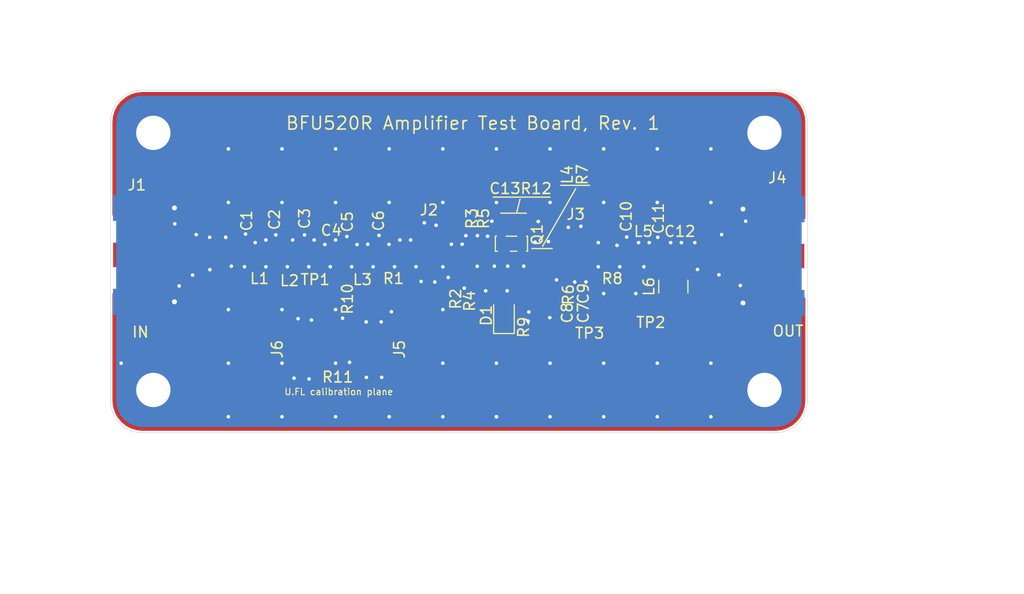
<source format=kicad_pcb>
(kicad_pcb (version 20171130) (host pcbnew 5.1.2-f72e74a~84~ubuntu18.04.1)

  (general
    (thickness 1.6)
    (drawings 18)
    (tracks 332)
    (zones 0)
    (modules 46)
    (nets 18)
  )

  (page A4)
  (layers
    (0 F.Cu signal)
    (31 B.Cu signal)
    (32 B.Adhes user)
    (33 F.Adhes user)
    (34 B.Paste user)
    (35 F.Paste user)
    (36 B.SilkS user)
    (37 F.SilkS user)
    (38 B.Mask user)
    (39 F.Mask user)
    (40 Dwgs.User user)
    (41 Cmts.User user)
    (42 Eco1.User user)
    (43 Eco2.User user)
    (44 Edge.Cuts user)
    (45 Margin user)
    (46 B.CrtYd user)
    (47 F.CrtYd user)
    (48 B.Fab user)
    (49 F.Fab user)
  )

  (setup
    (last_trace_width 0.16)
    (user_trace_width 0.16)
    (user_trace_width 0.2)
    (user_trace_width 0.25)
    (user_trace_width 0.3)
    (user_trace_width 0.8492)
    (user_trace_width 1.4444)
    (trace_clearance 0.16)
    (zone_clearance 0.16)
    (zone_45_only no)
    (trace_min 0.16)
    (via_size 0.69)
    (via_drill 0.33)
    (via_min_size 0.4)
    (via_min_drill 0.3)
    (uvia_size 0.3)
    (uvia_drill 0.1)
    (uvias_allowed no)
    (uvia_min_size 0.2)
    (uvia_min_drill 0.1)
    (edge_width 0.05)
    (segment_width 0.2)
    (pcb_text_width 0.3)
    (pcb_text_size 1.5 1.5)
    (mod_edge_width 0.12)
    (mod_text_size 1 1)
    (mod_text_width 0.15)
    (pad_size 0.9652 0.9652)
    (pad_drill 0)
    (pad_to_mask_clearance 0.051)
    (solder_mask_min_width 0.25)
    (aux_axis_origin 0 0)
    (visible_elements FFFFFF7F)
    (pcbplotparams
      (layerselection 0x010fc_ffffffff)
      (usegerberextensions false)
      (usegerberattributes false)
      (usegerberadvancedattributes false)
      (creategerberjobfile false)
      (excludeedgelayer true)
      (linewidth 0.100000)
      (plotframeref false)
      (viasonmask false)
      (mode 1)
      (useauxorigin false)
      (hpglpennumber 1)
      (hpglpenspeed 20)
      (hpglpendiameter 15.000000)
      (psnegative false)
      (psa4output false)
      (plotreference true)
      (plotvalue true)
      (plotinvisibletext false)
      (padsonsilk false)
      (subtractmaskfromsilk false)
      (outputformat 1)
      (mirror false)
      (drillshape 0)
      (scaleselection 1)
      (outputdirectory "lna-gerbers/"))
  )

  (net 0 "")
  (net 1 GND)
  (net 2 "Net-(C1-Pad1)")
  (net 3 "Net-(C2-Pad1)")
  (net 4 "Net-(C3-Pad1)")
  (net 5 "Net-(C4-Pad2)")
  (net 6 "Net-(C6-Pad1)")
  (net 7 "Net-(C10-Pad1)")
  (net 8 "Net-(C11-Pad1)")
  (net 9 "Net-(C12-Pad2)")
  (net 10 "Net-(D1-Pad1)")
  (net 11 "Net-(J2-Pad1)")
  (net 12 "Net-(J3-Pad1)")
  (net 13 "Net-(J5-Pad1)")
  (net 14 "Net-(J6-Pad1)")
  (net 15 "Net-(L4-Pad1)")
  (net 16 "Net-(C13-Pad1)")
  (net 17 /VCC)

  (net_class Default "This is the default net class."
    (clearance 0.16)
    (trace_width 0.16)
    (via_dia 0.69)
    (via_drill 0.33)
    (uvia_dia 0.3)
    (uvia_drill 0.1)
    (add_net /VCC)
    (add_net GND)
  )

  (net_class RF1 ""
    (clearance 0.16)
    (trace_width 0.849)
    (via_dia 0.69)
    (via_drill 0.33)
    (uvia_dia 0.3)
    (uvia_drill 0.1)
    (add_net "Net-(C1-Pad1)")
    (add_net "Net-(C10-Pad1)")
    (add_net "Net-(C11-Pad1)")
    (add_net "Net-(C12-Pad2)")
    (add_net "Net-(C13-Pad1)")
    (add_net "Net-(C2-Pad1)")
    (add_net "Net-(C3-Pad1)")
    (add_net "Net-(C4-Pad2)")
    (add_net "Net-(C6-Pad1)")
    (add_net "Net-(D1-Pad1)")
    (add_net "Net-(J2-Pad1)")
    (add_net "Net-(J3-Pad1)")
    (add_net "Net-(J5-Pad1)")
    (add_net "Net-(J6-Pad1)")
    (add_net "Net-(L4-Pad1)")
  )

  (module MountingHole:MountingHole_3.2mm_M3_ISO14580_Pad (layer F.Cu) (tedit 56D1B4CB) (tstamp 5D29C3EA)
    (at 140 70)
    (descr "Mounting Hole 3.2mm, M3, ISO14580")
    (tags "mounting hole 3.2mm m3 iso14580")
    (path /5D388106)
    (attr virtual)
    (fp_text reference H4 (at 0 -3.75) (layer F.SilkS) hide
      (effects (font (size 1 1) (thickness 0.15)))
    )
    (fp_text value MountingHole_Pad (at 0 3.75) (layer F.Fab)
      (effects (font (size 1 1) (thickness 0.15)))
    )
    (fp_circle (center 0 0) (end 3 0) (layer F.CrtYd) (width 0.05))
    (fp_circle (center 0 0) (end 2.75 0) (layer Cmts.User) (width 0.15))
    (fp_text user %R (at 0.3 0) (layer F.Fab)
      (effects (font (size 1 1) (thickness 0.15)))
    )
    (pad 1 thru_hole circle (at 0 0) (size 5.5 5.5) (drill 3.2) (layers *.Cu *.Mask)
      (net 1 GND))
  )

  (module MountingHole:MountingHole_3.2mm_M3_ISO14580_Pad (layer F.Cu) (tedit 56D1B4CB) (tstamp 5D29C3E2)
    (at 140 46)
    (descr "Mounting Hole 3.2mm, M3, ISO14580")
    (tags "mounting hole 3.2mm m3 iso14580")
    (path /5D380FA8)
    (attr virtual)
    (fp_text reference H3 (at 0 -3.75) (layer F.SilkS) hide
      (effects (font (size 1 1) (thickness 0.15)))
    )
    (fp_text value MountingHole_Pad (at 0 3.75) (layer F.Fab)
      (effects (font (size 1 1) (thickness 0.15)))
    )
    (fp_circle (center 0 0) (end 3 0) (layer F.CrtYd) (width 0.05))
    (fp_circle (center 0 0) (end 2.75 0) (layer Cmts.User) (width 0.15))
    (fp_text user %R (at 0.3 0) (layer F.Fab)
      (effects (font (size 1 1) (thickness 0.15)))
    )
    (pad 1 thru_hole circle (at 0 0) (size 5.5 5.5) (drill 3.2) (layers *.Cu *.Mask)
      (net 1 GND))
  )

  (module MountingHole:MountingHole_3.2mm_M3_ISO14580_Pad (layer F.Cu) (tedit 56D1B4CB) (tstamp 5D29C3DA)
    (at 83 70)
    (descr "Mounting Hole 3.2mm, M3, ISO14580")
    (tags "mounting hole 3.2mm m3 iso14580")
    (path /5D3880F8)
    (attr virtual)
    (fp_text reference H2 (at 0 -3.75) (layer F.SilkS) hide
      (effects (font (size 1 1) (thickness 0.15)))
    )
    (fp_text value MountingHole_Pad (at 0 -4) (layer F.Fab)
      (effects (font (size 1 1) (thickness 0.15)))
    )
    (fp_circle (center 0 0) (end 3 0) (layer F.CrtYd) (width 0.05))
    (fp_circle (center 0 0) (end 2.75 0) (layer Cmts.User) (width 0.15))
    (fp_text user %R (at 0.3 0) (layer F.Fab)
      (effects (font (size 1 1) (thickness 0.15)))
    )
    (pad 1 thru_hole circle (at 0 0) (size 5.5 5.5) (drill 3.2) (layers *.Cu *.Mask)
      (net 1 GND))
  )

  (module MountingHole:MountingHole_3.2mm_M3_ISO14580_Pad (layer F.Cu) (tedit 56D1B4CB) (tstamp 5D29C3D2)
    (at 83 46)
    (descr "Mounting Hole 3.2mm, M3, ISO14580")
    (tags "mounting hole 3.2mm m3 iso14580")
    (path /5D379C44)
    (attr virtual)
    (fp_text reference H1 (at 0 -3.75) (layer F.SilkS) hide
      (effects (font (size 1 1) (thickness 0.15)))
    )
    (fp_text value MountingHole_Pad (at 0 3.75) (layer F.Fab)
      (effects (font (size 1 1) (thickness 0.15)))
    )
    (fp_circle (center 0 0) (end 3 0) (layer F.CrtYd) (width 0.05))
    (fp_circle (center 0 0) (end 2.75 0) (layer Cmts.User) (width 0.15))
    (fp_text user %R (at 0.3 0) (layer F.Fab)
      (effects (font (size 1 1) (thickness 0.15)))
    )
    (pad 1 thru_hole circle (at 0 0) (size 5.5 5.5) (drill 3.2) (layers *.Cu *.Mask)
      (net 1 GND))
  )

  (module iss_lna:142-0701-801-with-taper (layer F.Cu) (tedit 5D30F82D) (tstamp 5D2857C6)
    (at 143.965 57.5 270)
    (path /5D244E7D)
    (fp_text reference J4 (at -7.3 2.765) (layer F.SilkS)
      (effects (font (size 1 1) (thickness 0.15)))
    )
    (fp_text value SMA (at 6.7 5.65) (layer F.Fab)
      (effects (font (size 1 1) (thickness 0.15)))
    )
    (fp_line (start -5.6 0) (end 5.6 0) (layer F.Fab) (width 0.12))
    (pad 2 smd custom (at 3.91 8.81 270) (size 0.9652 0.9652) (layers F.Cu)
      (net 1 GND) (zone_connect 2)
      (options (clearance outline) (anchor rect))
      (primitives
        (gr_poly (pts
           (xy -0.72 -3.73) (xy -1.24 -3.32) (xy -1.38 -3.15) (xy -1.54 -2.99) (xy -1.77 -2.68)
           (xy -2.13 -2.025) (xy -2.59 -0.75) (xy -3.3 1.81) (xy 1.68 1.81) (xy 1.68 -3.73)
) (width 0))
      ))
    (pad 1 smd custom (at -0.04 7.28 270) (size 0.9652 0.9652) (layers F.Cu F.Paste F.Mask)
      (net 9 "Net-(C12-Pad2)") (zone_connect 0)
      (options (clearance outline) (anchor rect))
      (primitives
        (gr_poly (pts
           (xy -0.83 0.78) (xy -1.05 -0.5) (xy -1.16 -1.14) (xy -1.215 -1.46) (xy -1.27 -1.78)
           (xy 1.35 -1.78) (xy 0.47 3.34) (xy -0.39 3.34)) (width 0))
      ))
    (pad 2 smd custom (at -3.04 9.83 270) (size 0.9652 0.9652) (layers F.Cu)
      (net 1 GND) (zone_connect 2)
      (options (clearance outline) (anchor rect))
      (primitives
        (gr_poly (pts
           (xy -0.14 -4.75) (xy 0.38 -4.34) (xy 0.52 -4.17) (xy 0.68 -4.01) (xy 0.91 -3.7)
           (xy 1.27 -3.045) (xy 1.73 -1.77) (xy 2.44 0.79) (xy -2.54 0.79) (xy -2.54 -4.75)
) (width 0))
      ))
    (pad 2 smd rect (at 4.3815 2.665 270) (size 2.413 4.83) (layers F.Cu F.Paste F.Mask)
      (net 1 GND))
    (pad 1 smd rect (at 0 2.665 270) (size 2.286 4.83) (layers F.Cu F.Paste F.Mask)
      (net 9 "Net-(C12-Pad2)"))
    (pad 2 smd rect (at -4.3815 2.665 270) (size 2.413 4.83) (layers F.Cu F.Paste F.Mask)
      (net 1 GND))
    (pad 1 smd trapezoid (at 0 5.16255 270) (size 2.4511 0.1651) (rect_delta 0 0.1651 ) (layers F.Cu F.Paste F.Mask)
      (net 9 "Net-(C12-Pad2)"))
    (pad 1 smd rect (at 0 5.3721 270) (size 2.6162 0.254) (layers F.Cu F.Paste F.Mask)
      (net 9 "Net-(C12-Pad2)"))
    (pad 2 thru_hole circle (at -4.3815 5.969 270) (size 0.9652 0.9652) (drill 0.4572) (layers *.Cu *.Mask)
      (net 1 GND))
    (pad 2 thru_hole circle (at 4.3815 5.969 270) (size 0.9652 0.9652) (drill 0.4572) (layers *.Cu *.Mask)
      (net 1 GND))
    (pad 2 smd rect (at -4.3815 2.65 270) (size 2.413 4.83) (layers B.Cu B.Paste B.Mask)
      (net 1 GND))
    (pad 2 smd rect (at 4.3815 2.665 270) (size 2.413 4.83) (layers B.Cu B.Paste B.Mask)
      (net 1 GND))
  )

  (module iss_lna:142-0701-801-with-taper (layer F.Cu) (tedit 5D30F82D) (tstamp 5D28578C)
    (at 79 57.39 90)
    (path /5D24503E)
    (fp_text reference J1 (at 6.52 2.46) (layer F.SilkS)
      (effects (font (size 1 1) (thickness 0.15)))
    )
    (fp_text value SMA (at 6.7 5.65) (layer F.Fab)
      (effects (font (size 1 1) (thickness 0.15)))
    )
    (fp_line (start -5.6 0) (end 5.6 0) (layer F.Fab) (width 0.12))
    (pad 2 smd custom (at 3.91 8.81 90) (size 0.9652 0.9652) (layers F.Cu)
      (net 1 GND) (zone_connect 2)
      (options (clearance outline) (anchor rect))
      (primitives
        (gr_poly (pts
           (xy -0.72 -3.73) (xy -1.24 -3.32) (xy -1.38 -3.15) (xy -1.54 -2.99) (xy -1.77 -2.68)
           (xy -2.13 -2.025) (xy -2.59 -0.75) (xy -3.3 1.81) (xy 1.68 1.81) (xy 1.68 -3.73)
) (width 0))
      ))
    (pad 1 smd custom (at -0.04 7.28 90) (size 0.9652 0.9652) (layers F.Cu F.Paste F.Mask)
      (net 2 "Net-(C1-Pad1)") (zone_connect 0)
      (options (clearance outline) (anchor rect))
      (primitives
        (gr_poly (pts
           (xy -0.83 0.78) (xy -1.05 -0.5) (xy -1.16 -1.14) (xy -1.215 -1.46) (xy -1.27 -1.78)
           (xy 1.35 -1.78) (xy 0.47 3.34) (xy -0.39 3.34)) (width 0))
      ))
    (pad 2 smd custom (at -3.04 9.83 90) (size 0.9652 0.9652) (layers F.Cu)
      (net 1 GND) (zone_connect 2)
      (options (clearance outline) (anchor rect))
      (primitives
        (gr_poly (pts
           (xy -0.14 -4.75) (xy 0.38 -4.34) (xy 0.52 -4.17) (xy 0.68 -4.01) (xy 0.91 -3.7)
           (xy 1.27 -3.045) (xy 1.73 -1.77) (xy 2.44 0.79) (xy -2.54 0.79) (xy -2.54 -4.75)
) (width 0))
      ))
    (pad 2 smd rect (at 4.3815 2.665 90) (size 2.413 4.83) (layers F.Cu F.Paste F.Mask)
      (net 1 GND))
    (pad 1 smd rect (at 0 2.665 90) (size 2.286 4.83) (layers F.Cu F.Paste F.Mask)
      (net 2 "Net-(C1-Pad1)"))
    (pad 2 smd rect (at -4.3815 2.665 90) (size 2.413 4.83) (layers F.Cu F.Paste F.Mask)
      (net 1 GND))
    (pad 1 smd trapezoid (at 0 5.16255 90) (size 2.4511 0.1651) (rect_delta 0 0.1651 ) (layers F.Cu F.Paste F.Mask)
      (net 2 "Net-(C1-Pad1)"))
    (pad 1 smd rect (at 0 5.3721 90) (size 2.6162 0.254) (layers F.Cu F.Paste F.Mask)
      (net 2 "Net-(C1-Pad1)"))
    (pad 2 thru_hole circle (at -4.3815 5.969 90) (size 0.9652 0.9652) (drill 0.4572) (layers *.Cu *.Mask)
      (net 1 GND))
    (pad 2 thru_hole circle (at 4.3815 5.969 90) (size 0.9652 0.9652) (drill 0.4572) (layers *.Cu *.Mask)
      (net 1 GND))
    (pad 2 smd rect (at -4.3815 2.65 90) (size 2.413 4.83) (layers B.Cu B.Paste B.Mask)
      (net 1 GND))
    (pad 2 smd rect (at 4.3815 2.665 90) (size 2.413 4.83) (layers B.Cu B.Paste B.Mask)
      (net 1 GND))
  )

  (module Resistor_SMD:R_0402_1005Metric (layer F.Cu) (tedit 5B301BBD) (tstamp 5D2858D1)
    (at 119.75 57.85 90)
    (descr "Resistor SMD 0402 (1005 Metric), square (rectangular) end terminal, IPC_7351 nominal, (Body size source: http://www.tortai-tech.com/upload/download/2011102023233369053.pdf), generated with kicad-footprint-generator")
    (tags resistor)
    (path /5D29BD11)
    (attr smd)
    (fp_text reference R7 (at 7.95 3.25 90) (layer F.SilkS)
      (effects (font (size 1 1) (thickness 0.15)))
    )
    (fp_text value 0R (at 0 1.17 90) (layer F.Fab)
      (effects (font (size 1 1) (thickness 0.15)))
    )
    (fp_text user %R (at 0 0 90) (layer F.Fab)
      (effects (font (size 0.25 0.25) (thickness 0.04)))
    )
    (fp_line (start 0.93 0.47) (end -0.93 0.47) (layer F.CrtYd) (width 0.05))
    (fp_line (start 0.93 -0.47) (end 0.93 0.47) (layer F.CrtYd) (width 0.05))
    (fp_line (start -0.93 -0.47) (end 0.93 -0.47) (layer F.CrtYd) (width 0.05))
    (fp_line (start -0.93 0.47) (end -0.93 -0.47) (layer F.CrtYd) (width 0.05))
    (fp_line (start 0.5 0.25) (end -0.5 0.25) (layer F.Fab) (width 0.1))
    (fp_line (start 0.5 -0.25) (end 0.5 0.25) (layer F.Fab) (width 0.1))
    (fp_line (start -0.5 -0.25) (end 0.5 -0.25) (layer F.Fab) (width 0.1))
    (fp_line (start -0.5 0.25) (end -0.5 -0.25) (layer F.Fab) (width 0.1))
    (pad 2 smd roundrect (at 0.485 0 90) (size 0.59 0.64) (layers F.Cu F.Paste F.Mask) (roundrect_rratio 0.25)
      (net 12 "Net-(J3-Pad1)"))
    (pad 1 smd roundrect (at -0.485 0 90) (size 0.59 0.64) (layers F.Cu F.Paste F.Mask) (roundrect_rratio 0.25)
      (net 15 "Net-(L4-Pad1)"))
    (model ${KISYS3DMOD}/Resistor_SMD.3dshapes/R_0402_1005Metric.wrl
      (at (xyz 0 0 0))
      (scale (xyz 1 1 1))
      (rotate (xyz 0 0 0))
    )
  )

  (module Resistor_SMD:R_0402_1005Metric (layer F.Cu) (tedit 5B301BBD) (tstamp 5D28B596)
    (at 117.775 54.225)
    (descr "Resistor SMD 0402 (1005 Metric), square (rectangular) end terminal, IPC_7351 nominal, (Body size source: http://www.tortai-tech.com/upload/download/2011102023233369053.pdf), generated with kicad-footprint-generator")
    (tags resistor)
    (path /5D2F8481)
    (attr smd)
    (fp_text reference R12 (at 0.925 -3.025) (layer F.SilkS)
      (effects (font (size 1 1) (thickness 0.15)))
    )
    (fp_text value 0R (at 0 1.17) (layer F.Fab)
      (effects (font (size 1 1) (thickness 0.15)))
    )
    (fp_text user %R (at 0 0) (layer F.Fab)
      (effects (font (size 0.25 0.25) (thickness 0.04)))
    )
    (fp_line (start 0.93 0.47) (end -0.93 0.47) (layer F.CrtYd) (width 0.05))
    (fp_line (start 0.93 -0.47) (end 0.93 0.47) (layer F.CrtYd) (width 0.05))
    (fp_line (start -0.93 -0.47) (end 0.93 -0.47) (layer F.CrtYd) (width 0.05))
    (fp_line (start -0.93 0.47) (end -0.93 -0.47) (layer F.CrtYd) (width 0.05))
    (fp_line (start 0.5 0.25) (end -0.5 0.25) (layer F.Fab) (width 0.1))
    (fp_line (start 0.5 -0.25) (end 0.5 0.25) (layer F.Fab) (width 0.1))
    (fp_line (start -0.5 -0.25) (end 0.5 -0.25) (layer F.Fab) (width 0.1))
    (fp_line (start -0.5 0.25) (end -0.5 -0.25) (layer F.Fab) (width 0.1))
    (pad 2 smd roundrect (at 0.485 0) (size 0.59 0.64) (layers F.Cu F.Paste F.Mask) (roundrect_rratio 0.25)
      (net 1 GND))
    (pad 1 smd roundrect (at -0.485 0) (size 0.59 0.64) (layers F.Cu F.Paste F.Mask) (roundrect_rratio 0.25)
      (net 16 "Net-(C13-Pad1)"))
    (model ${KISYS3DMOD}/Resistor_SMD.3dshapes/R_0402_1005Metric.wrl
      (at (xyz 0 0 0))
      (scale (xyz 1 1 1))
      (rotate (xyz 0 0 0))
    )
  )

  (module Capacitor_SMD:C_0402_1005Metric (layer F.Cu) (tedit 5B301BBE) (tstamp 5D28B279)
    (at 115.85 54.225 180)
    (descr "Capacitor SMD 0402 (1005 Metric), square (rectangular) end terminal, IPC_7351 nominal, (Body size source: http://www.tortai-tech.com/upload/download/2011102023233369053.pdf), generated with kicad-footprint-generator")
    (tags capacitor)
    (path /5D2BD105)
    (attr smd)
    (fp_text reference C13 (at 0.05 3.025) (layer F.SilkS)
      (effects (font (size 1 1) (thickness 0.15)))
    )
    (fp_text value "470 pF" (at 0 1.17) (layer F.Fab)
      (effects (font (size 1 1) (thickness 0.15)))
    )
    (fp_text user %R (at 0 0) (layer F.Fab)
      (effects (font (size 0.25 0.25) (thickness 0.04)))
    )
    (fp_line (start 0.93 0.47) (end -0.93 0.47) (layer F.CrtYd) (width 0.05))
    (fp_line (start 0.93 -0.47) (end 0.93 0.47) (layer F.CrtYd) (width 0.05))
    (fp_line (start -0.93 -0.47) (end 0.93 -0.47) (layer F.CrtYd) (width 0.05))
    (fp_line (start -0.93 0.47) (end -0.93 -0.47) (layer F.CrtYd) (width 0.05))
    (fp_line (start 0.5 0.25) (end -0.5 0.25) (layer F.Fab) (width 0.1))
    (fp_line (start 0.5 -0.25) (end 0.5 0.25) (layer F.Fab) (width 0.1))
    (fp_line (start -0.5 -0.25) (end 0.5 -0.25) (layer F.Fab) (width 0.1))
    (fp_line (start -0.5 0.25) (end -0.5 -0.25) (layer F.Fab) (width 0.1))
    (pad 2 smd roundrect (at 0.485 0 180) (size 0.59 0.64) (layers F.Cu F.Paste F.Mask) (roundrect_rratio 0.25)
      (net 1 GND))
    (pad 1 smd roundrect (at -0.485 0 180) (size 0.59 0.64) (layers F.Cu F.Paste F.Mask) (roundrect_rratio 0.25)
      (net 16 "Net-(C13-Pad1)"))
    (model ${KISYS3DMOD}/Capacitor_SMD.3dshapes/C_0402_1005Metric.wrl
      (at (xyz 0 0 0))
      (scale (xyz 1 1 1))
      (rotate (xyz 0 0 0))
    )
  )

  (module iss_lna:Probe_Point_0.5mm (layer F.Cu) (tedit 5D27F57B) (tstamp 5D28591C)
    (at 121.5 64.65)
    (path /5D28B460)
    (fp_text reference TP3 (at 2.2 0.05) (layer F.SilkS)
      (effects (font (size 1 1) (thickness 0.15)))
    )
    (fp_text value TestPoint (at 0 -0.5) (layer F.Fab)
      (effects (font (size 1 1) (thickness 0.15)))
    )
    (pad 1 smd circle (at 0 0) (size 0.5 0.5) (layers F.Cu F.Paste F.Mask)
      (net 1 GND))
  )

  (module iss_lna:Probe_Point_0.5mm (layer F.Cu) (tedit 5D27F57B) (tstamp 5D285917)
    (at 129.5 62.25)
    (path /5D287FEA)
    (fp_text reference TP2 (at -0.1 1.45) (layer F.SilkS)
      (effects (font (size 1 1) (thickness 0.15)))
    )
    (fp_text value TestPoint (at 0 -0.5) (layer F.Fab)
      (effects (font (size 1 1) (thickness 0.15)))
    )
    (pad 1 smd circle (at 0 0) (size 0.5 0.5) (layers F.Cu F.Paste F.Mask)
      (net 17 /VCC))
  )

  (module iss_lna:Probe_Point_0.5mm (layer F.Cu) (tedit 5D27F57B) (tstamp 5D285912)
    (at 98.1 57.4)
    (path /5D36E8D2)
    (fp_text reference TP1 (at 0 2.3) (layer F.SilkS)
      (effects (font (size 1 1) (thickness 0.15)))
    )
    (fp_text value TestPoint (at 0 -0.5) (layer F.Fab)
      (effects (font (size 1 1) (thickness 0.15)))
    )
    (pad 1 smd circle (at 0 0) (size 0.5 0.5) (layers F.Cu F.Paste F.Mask)
      (net 4 "Net-(C3-Pad1)"))
  )

  (module Resistor_SMD:R_0402_1005Metric (layer F.Cu) (tedit 5B301BBD) (tstamp 5D28590D)
    (at 100.2 66.2 180)
    (descr "Resistor SMD 0402 (1005 Metric), square (rectangular) end terminal, IPC_7351 nominal, (Body size source: http://www.tortai-tech.com/upload/download/2011102023233369053.pdf), generated with kicad-footprint-generator")
    (tags resistor)
    (path /5D3D6298)
    (attr smd)
    (fp_text reference R11 (at 0 -2.6) (layer F.SilkS)
      (effects (font (size 1 1) (thickness 0.15)))
    )
    (fp_text value DNP (at 0 1.17) (layer F.Fab)
      (effects (font (size 1 1) (thickness 0.15)))
    )
    (fp_text user %R (at 0 0) (layer F.Fab)
      (effects (font (size 0.25 0.25) (thickness 0.04)))
    )
    (fp_line (start 0.93 0.47) (end -0.93 0.47) (layer F.CrtYd) (width 0.05))
    (fp_line (start 0.93 -0.47) (end 0.93 0.47) (layer F.CrtYd) (width 0.05))
    (fp_line (start -0.93 -0.47) (end 0.93 -0.47) (layer F.CrtYd) (width 0.05))
    (fp_line (start -0.93 0.47) (end -0.93 -0.47) (layer F.CrtYd) (width 0.05))
    (fp_line (start 0.5 0.25) (end -0.5 0.25) (layer F.Fab) (width 0.1))
    (fp_line (start 0.5 -0.25) (end 0.5 0.25) (layer F.Fab) (width 0.1))
    (fp_line (start -0.5 -0.25) (end 0.5 -0.25) (layer F.Fab) (width 0.1))
    (fp_line (start -0.5 0.25) (end -0.5 -0.25) (layer F.Fab) (width 0.1))
    (pad 2 smd roundrect (at 0.485 0 180) (size 0.59 0.64) (layers F.Cu F.Paste F.Mask) (roundrect_rratio 0.25)
      (net 14 "Net-(J6-Pad1)"))
    (pad 1 smd roundrect (at -0.485 0 180) (size 0.59 0.64) (layers F.Cu F.Paste F.Mask) (roundrect_rratio 0.25)
      (net 13 "Net-(J5-Pad1)"))
    (model ${KISYS3DMOD}/Resistor_SMD.3dshapes/R_0402_1005Metric.wrl
      (at (xyz 0 0 0))
      (scale (xyz 1 1 1))
      (rotate (xyz 0 0 0))
    )
  )

  (module Resistor_SMD:R_0402_1005Metric (layer F.Cu) (tedit 5B301BBD) (tstamp 5D28BA08)
    (at 100.7 64.7 90)
    (descr "Resistor SMD 0402 (1005 Metric), square (rectangular) end terminal, IPC_7351 nominal, (Body size source: http://www.tortai-tech.com/upload/download/2011102023233369053.pdf), generated with kicad-footprint-generator")
    (tags resistor)
    (path /5D3D8EE9)
    (attr smd)
    (fp_text reference R10 (at 3.2 0.4 90) (layer F.SilkS)
      (effects (font (size 1 1) (thickness 0.15)))
    )
    (fp_text value DNP (at 0 1.17 90) (layer F.Fab)
      (effects (font (size 1 1) (thickness 0.15)))
    )
    (fp_text user %R (at 0 0 90) (layer F.Fab)
      (effects (font (size 0.25 0.25) (thickness 0.04)))
    )
    (fp_line (start 0.93 0.47) (end -0.93 0.47) (layer F.CrtYd) (width 0.05))
    (fp_line (start 0.93 -0.47) (end 0.93 0.47) (layer F.CrtYd) (width 0.05))
    (fp_line (start -0.93 -0.47) (end 0.93 -0.47) (layer F.CrtYd) (width 0.05))
    (fp_line (start -0.93 0.47) (end -0.93 -0.47) (layer F.CrtYd) (width 0.05))
    (fp_line (start 0.5 0.25) (end -0.5 0.25) (layer F.Fab) (width 0.1))
    (fp_line (start 0.5 -0.25) (end 0.5 0.25) (layer F.Fab) (width 0.1))
    (fp_line (start -0.5 -0.25) (end 0.5 -0.25) (layer F.Fab) (width 0.1))
    (fp_line (start -0.5 0.25) (end -0.5 -0.25) (layer F.Fab) (width 0.1))
    (pad 2 smd roundrect (at 0.485 0 90) (size 0.59 0.64) (layers F.Cu F.Paste F.Mask) (roundrect_rratio 0.25)
      (net 1 GND))
    (pad 1 smd roundrect (at -0.485 0 90) (size 0.59 0.64) (layers F.Cu F.Paste F.Mask) (roundrect_rratio 0.25)
      (net 13 "Net-(J5-Pad1)"))
    (model ${KISYS3DMOD}/Resistor_SMD.3dshapes/R_0402_1005Metric.wrl
      (at (xyz 0 0 0))
      (scale (xyz 1 1 1))
      (rotate (xyz 0 0 0))
    )
  )

  (module Resistor_SMD:R_0402_1005Metric (layer F.Cu) (tedit 5B301BBD) (tstamp 5D2858EF)
    (at 118.7 64.15 90)
    (descr "Resistor SMD 0402 (1005 Metric), square (rectangular) end terminal, IPC_7351 nominal, (Body size source: http://www.tortai-tech.com/upload/download/2011102023233369053.pdf), generated with kicad-footprint-generator")
    (tags resistor)
    (path /5D3770E8)
    (attr smd)
    (fp_text reference R9 (at 0 -1.17 90) (layer F.SilkS)
      (effects (font (size 1 1) (thickness 0.15)))
    )
    (fp_text value 2k2R (at 0 1.17 90) (layer F.Fab)
      (effects (font (size 1 1) (thickness 0.15)))
    )
    (fp_text user %R (at 0 0 90) (layer F.Fab)
      (effects (font (size 0.25 0.25) (thickness 0.04)))
    )
    (fp_line (start 0.93 0.47) (end -0.93 0.47) (layer F.CrtYd) (width 0.05))
    (fp_line (start 0.93 -0.47) (end 0.93 0.47) (layer F.CrtYd) (width 0.05))
    (fp_line (start -0.93 -0.47) (end 0.93 -0.47) (layer F.CrtYd) (width 0.05))
    (fp_line (start -0.93 0.47) (end -0.93 -0.47) (layer F.CrtYd) (width 0.05))
    (fp_line (start 0.5 0.25) (end -0.5 0.25) (layer F.Fab) (width 0.1))
    (fp_line (start 0.5 -0.25) (end 0.5 0.25) (layer F.Fab) (width 0.1))
    (fp_line (start -0.5 -0.25) (end 0.5 -0.25) (layer F.Fab) (width 0.1))
    (fp_line (start -0.5 0.25) (end -0.5 -0.25) (layer F.Fab) (width 0.1))
    (pad 2 smd roundrect (at 0.485 0 90) (size 0.59 0.64) (layers F.Cu F.Paste F.Mask) (roundrect_rratio 0.25)
      (net 1 GND))
    (pad 1 smd roundrect (at -0.485 0 90) (size 0.59 0.64) (layers F.Cu F.Paste F.Mask) (roundrect_rratio 0.25)
      (net 10 "Net-(D1-Pad1)"))
    (model ${KISYS3DMOD}/Resistor_SMD.3dshapes/R_0402_1005Metric.wrl
      (at (xyz 0 0 0))
      (scale (xyz 1 1 1))
      (rotate (xyz 0 0 0))
    )
  )

  (module Resistor_SMD:R_0402_1005Metric (layer F.Cu) (tedit 5B301BBD) (tstamp 5D2858E0)
    (at 125.685 57.45 180)
    (descr "Resistor SMD 0402 (1005 Metric), square (rectangular) end terminal, IPC_7351 nominal, (Body size source: http://www.tortai-tech.com/upload/download/2011102023233369053.pdf), generated with kicad-footprint-generator")
    (tags resistor)
    (path /5D35B6EE)
    (attr smd)
    (fp_text reference R8 (at -0.115 -2.15) (layer F.SilkS)
      (effects (font (size 1 1) (thickness 0.15)))
    )
    (fp_text value 0R (at 0 1.17) (layer F.Fab)
      (effects (font (size 1 1) (thickness 0.15)))
    )
    (fp_text user %R (at 0 0) (layer F.Fab)
      (effects (font (size 0.25 0.25) (thickness 0.04)))
    )
    (fp_line (start 0.93 0.47) (end -0.93 0.47) (layer F.CrtYd) (width 0.05))
    (fp_line (start 0.93 -0.47) (end 0.93 0.47) (layer F.CrtYd) (width 0.05))
    (fp_line (start -0.93 -0.47) (end 0.93 -0.47) (layer F.CrtYd) (width 0.05))
    (fp_line (start -0.93 0.47) (end -0.93 -0.47) (layer F.CrtYd) (width 0.05))
    (fp_line (start 0.5 0.25) (end -0.5 0.25) (layer F.Fab) (width 0.1))
    (fp_line (start 0.5 -0.25) (end 0.5 0.25) (layer F.Fab) (width 0.1))
    (fp_line (start -0.5 -0.25) (end 0.5 -0.25) (layer F.Fab) (width 0.1))
    (fp_line (start -0.5 0.25) (end -0.5 -0.25) (layer F.Fab) (width 0.1))
    (pad 2 smd roundrect (at 0.485 0 180) (size 0.59 0.64) (layers F.Cu F.Paste F.Mask) (roundrect_rratio 0.25)
      (net 12 "Net-(J3-Pad1)"))
    (pad 1 smd roundrect (at -0.485 0 180) (size 0.59 0.64) (layers F.Cu F.Paste F.Mask) (roundrect_rratio 0.25)
      (net 7 "Net-(C10-Pad1)"))
    (model ${KISYS3DMOD}/Resistor_SMD.3dshapes/R_0402_1005Metric.wrl
      (at (xyz 0 0 0))
      (scale (xyz 1 1 1))
      (rotate (xyz 0 0 0))
    )
  )

  (module Resistor_SMD:R_0402_1005Metric (layer F.Cu) (tedit 5B301BBD) (tstamp 5D2858C2)
    (at 118.7 60.15 90)
    (descr "Resistor SMD 0402 (1005 Metric), square (rectangular) end terminal, IPC_7351 nominal, (Body size source: http://www.tortai-tech.com/upload/download/2011102023233369053.pdf), generated with kicad-footprint-generator")
    (tags resistor)
    (path /5D294CEB)
    (attr smd)
    (fp_text reference R6 (at -0.95 3 90) (layer F.SilkS)
      (effects (font (size 1 1) (thickness 0.15)))
    )
    (fp_text value 120R (at 0 1.17 90) (layer F.Fab)
      (effects (font (size 1 1) (thickness 0.15)))
    )
    (fp_text user %R (at 0 0 90) (layer F.Fab)
      (effects (font (size 0.25 0.25) (thickness 0.04)))
    )
    (fp_line (start 0.93 0.47) (end -0.93 0.47) (layer F.CrtYd) (width 0.05))
    (fp_line (start 0.93 -0.47) (end 0.93 0.47) (layer F.CrtYd) (width 0.05))
    (fp_line (start -0.93 -0.47) (end 0.93 -0.47) (layer F.CrtYd) (width 0.05))
    (fp_line (start -0.93 0.47) (end -0.93 -0.47) (layer F.CrtYd) (width 0.05))
    (fp_line (start 0.5 0.25) (end -0.5 0.25) (layer F.Fab) (width 0.1))
    (fp_line (start 0.5 -0.25) (end 0.5 0.25) (layer F.Fab) (width 0.1))
    (fp_line (start -0.5 -0.25) (end 0.5 -0.25) (layer F.Fab) (width 0.1))
    (fp_line (start -0.5 0.25) (end -0.5 -0.25) (layer F.Fab) (width 0.1))
    (pad 2 smd roundrect (at 0.485 0 90) (size 0.59 0.64) (layers F.Cu F.Paste F.Mask) (roundrect_rratio 0.25)
      (net 15 "Net-(L4-Pad1)"))
    (pad 1 smd roundrect (at -0.485 0 90) (size 0.59 0.64) (layers F.Cu F.Paste F.Mask) (roundrect_rratio 0.25)
      (net 17 /VCC))
    (model ${KISYS3DMOD}/Resistor_SMD.3dshapes/R_0402_1005Metric.wrl
      (at (xyz 0 0 0))
      (scale (xyz 1 1 1))
      (rotate (xyz 0 0 0))
    )
  )

  (module Resistor_SMD:R_0402_1005Metric (layer F.Cu) (tedit 5B301BBD) (tstamp 5D2858B3)
    (at 114.1 56.85 90)
    (descr "Resistor SMD 0402 (1005 Metric), square (rectangular) end terminal, IPC_7351 nominal, (Body size source: http://www.tortai-tech.com/upload/download/2011102023233369053.pdf), generated with kicad-footprint-generator")
    (tags resistor)
    (path /5D24B75C)
    (attr smd)
    (fp_text reference R5 (at 2.85 -0.3 90) (layer F.SilkS)
      (effects (font (size 1 1) (thickness 0.15)))
    )
    (fp_text value 1.2kR (at 0 1.17 90) (layer F.Fab)
      (effects (font (size 1 1) (thickness 0.15)))
    )
    (fp_text user %R (at 0 0 90) (layer F.Fab)
      (effects (font (size 0.25 0.25) (thickness 0.04)))
    )
    (fp_line (start 0.93 0.47) (end -0.93 0.47) (layer F.CrtYd) (width 0.05))
    (fp_line (start 0.93 -0.47) (end 0.93 0.47) (layer F.CrtYd) (width 0.05))
    (fp_line (start -0.93 -0.47) (end 0.93 -0.47) (layer F.CrtYd) (width 0.05))
    (fp_line (start -0.93 0.47) (end -0.93 -0.47) (layer F.CrtYd) (width 0.05))
    (fp_line (start 0.5 0.25) (end -0.5 0.25) (layer F.Fab) (width 0.1))
    (fp_line (start 0.5 -0.25) (end 0.5 0.25) (layer F.Fab) (width 0.1))
    (fp_line (start -0.5 -0.25) (end 0.5 -0.25) (layer F.Fab) (width 0.1))
    (fp_line (start -0.5 0.25) (end -0.5 -0.25) (layer F.Fab) (width 0.1))
    (pad 2 smd roundrect (at 0.485 0 90) (size 0.59 0.64) (layers F.Cu F.Paste F.Mask) (roundrect_rratio 0.25)
      (net 1 GND))
    (pad 1 smd roundrect (at -0.485 0 90) (size 0.59 0.64) (layers F.Cu F.Paste F.Mask) (roundrect_rratio 0.25)
      (net 11 "Net-(J2-Pad1)"))
    (model ${KISYS3DMOD}/Resistor_SMD.3dshapes/R_0402_1005Metric.wrl
      (at (xyz 0 0 0))
      (scale (xyz 1 1 1))
      (rotate (xyz 0 0 0))
    )
  )

  (module Resistor_SMD:R_0402_1005Metric (layer F.Cu) (tedit 5B301BBD) (tstamp 5D2858A4)
    (at 112.1 57.88 90)
    (descr "Resistor SMD 0402 (1005 Metric), square (rectangular) end terminal, IPC_7351 nominal, (Body size source: http://www.tortai-tech.com/upload/download/2011102023233369053.pdf), generated with kicad-footprint-generator")
    (tags resistor)
    (path /5D24AD4C)
    (attr smd)
    (fp_text reference R4 (at -3.82 0.4 90) (layer F.SilkS)
      (effects (font (size 1 1) (thickness 0.15)))
    )
    (fp_text value 3.9kR (at 0 1.17 90) (layer F.Fab)
      (effects (font (size 1 1) (thickness 0.15)))
    )
    (fp_text user %R (at 0 0 90) (layer F.Fab)
      (effects (font (size 0.25 0.25) (thickness 0.04)))
    )
    (fp_line (start 0.93 0.47) (end -0.93 0.47) (layer F.CrtYd) (width 0.05))
    (fp_line (start 0.93 -0.47) (end 0.93 0.47) (layer F.CrtYd) (width 0.05))
    (fp_line (start -0.93 -0.47) (end 0.93 -0.47) (layer F.CrtYd) (width 0.05))
    (fp_line (start -0.93 0.47) (end -0.93 -0.47) (layer F.CrtYd) (width 0.05))
    (fp_line (start 0.5 0.25) (end -0.5 0.25) (layer F.Fab) (width 0.1))
    (fp_line (start 0.5 -0.25) (end 0.5 0.25) (layer F.Fab) (width 0.1))
    (fp_line (start -0.5 -0.25) (end 0.5 -0.25) (layer F.Fab) (width 0.1))
    (fp_line (start -0.5 0.25) (end -0.5 -0.25) (layer F.Fab) (width 0.1))
    (pad 2 smd roundrect (at 0.485 0 90) (size 0.59 0.64) (layers F.Cu F.Paste F.Mask) (roundrect_rratio 0.25)
      (net 11 "Net-(J2-Pad1)"))
    (pad 1 smd roundrect (at -0.485 0 90) (size 0.59 0.64) (layers F.Cu F.Paste F.Mask) (roundrect_rratio 0.25)
      (net 15 "Net-(L4-Pad1)"))
    (model ${KISYS3DMOD}/Resistor_SMD.3dshapes/R_0402_1005Metric.wrl
      (at (xyz 0 0 0))
      (scale (xyz 1 1 1))
      (rotate (xyz 0 0 0))
    )
  )

  (module Resistor_SMD:R_0402_1005Metric (layer F.Cu) (tedit 5B301BBD) (tstamp 5D285895)
    (at 113.1 56.85 90)
    (descr "Resistor SMD 0402 (1005 Metric), square (rectangular) end terminal, IPC_7351 nominal, (Body size source: http://www.tortai-tech.com/upload/download/2011102023233369053.pdf), generated with kicad-footprint-generator")
    (tags resistor)
    (path /5D29EA7B)
    (attr smd)
    (fp_text reference R3 (at 2.85 -0.4 90) (layer F.SilkS)
      (effects (font (size 1 1) (thickness 0.15)))
    )
    (fp_text value "DNP 0402" (at 0 1.17 90) (layer F.Fab)
      (effects (font (size 1 1) (thickness 0.15)))
    )
    (fp_text user %R (at 0 0 90) (layer F.Fab)
      (effects (font (size 0.25 0.25) (thickness 0.04)))
    )
    (fp_line (start 0.93 0.47) (end -0.93 0.47) (layer F.CrtYd) (width 0.05))
    (fp_line (start 0.93 -0.47) (end 0.93 0.47) (layer F.CrtYd) (width 0.05))
    (fp_line (start -0.93 -0.47) (end 0.93 -0.47) (layer F.CrtYd) (width 0.05))
    (fp_line (start -0.93 0.47) (end -0.93 -0.47) (layer F.CrtYd) (width 0.05))
    (fp_line (start 0.5 0.25) (end -0.5 0.25) (layer F.Fab) (width 0.1))
    (fp_line (start 0.5 -0.25) (end 0.5 0.25) (layer F.Fab) (width 0.1))
    (fp_line (start -0.5 -0.25) (end 0.5 -0.25) (layer F.Fab) (width 0.1))
    (fp_line (start -0.5 0.25) (end -0.5 -0.25) (layer F.Fab) (width 0.1))
    (pad 2 smd roundrect (at 0.485 0 90) (size 0.59 0.64) (layers F.Cu F.Paste F.Mask) (roundrect_rratio 0.25)
      (net 1 GND))
    (pad 1 smd roundrect (at -0.485 0 90) (size 0.59 0.64) (layers F.Cu F.Paste F.Mask) (roundrect_rratio 0.25)
      (net 11 "Net-(J2-Pad1)"))
    (model ${KISYS3DMOD}/Resistor_SMD.3dshapes/R_0402_1005Metric.wrl
      (at (xyz 0 0 0))
      (scale (xyz 1 1 1))
      (rotate (xyz 0 0 0))
    )
  )

  (module Resistor_SMD:R_0402_1005Metric (layer F.Cu) (tedit 5B301BBD) (tstamp 5D285886)
    (at 111.09 57.89 90)
    (descr "Resistor SMD 0402 (1005 Metric), square (rectangular) end terminal, IPC_7351 nominal, (Body size source: http://www.tortai-tech.com/upload/download/2011102023233369053.pdf), generated with kicad-footprint-generator")
    (tags resistor)
    (path /5D29D75F)
    (attr smd)
    (fp_text reference R2 (at -3.61 0.11 90) (layer F.SilkS)
      (effects (font (size 1 1) (thickness 0.15)))
    )
    (fp_text value "DNP 0402" (at 0 1.17 90) (layer F.Fab)
      (effects (font (size 1 1) (thickness 0.15)))
    )
    (fp_text user %R (at 0 0 90) (layer F.Fab)
      (effects (font (size 0.25 0.25) (thickness 0.04)))
    )
    (fp_line (start 0.93 0.47) (end -0.93 0.47) (layer F.CrtYd) (width 0.05))
    (fp_line (start 0.93 -0.47) (end 0.93 0.47) (layer F.CrtYd) (width 0.05))
    (fp_line (start -0.93 -0.47) (end 0.93 -0.47) (layer F.CrtYd) (width 0.05))
    (fp_line (start -0.93 0.47) (end -0.93 -0.47) (layer F.CrtYd) (width 0.05))
    (fp_line (start 0.5 0.25) (end -0.5 0.25) (layer F.Fab) (width 0.1))
    (fp_line (start 0.5 -0.25) (end 0.5 0.25) (layer F.Fab) (width 0.1))
    (fp_line (start -0.5 -0.25) (end 0.5 -0.25) (layer F.Fab) (width 0.1))
    (fp_line (start -0.5 0.25) (end -0.5 -0.25) (layer F.Fab) (width 0.1))
    (pad 2 smd roundrect (at 0.485 0 90) (size 0.59 0.64) (layers F.Cu F.Paste F.Mask) (roundrect_rratio 0.25)
      (net 11 "Net-(J2-Pad1)"))
    (pad 1 smd roundrect (at -0.485 0 90) (size 0.59 0.64) (layers F.Cu F.Paste F.Mask) (roundrect_rratio 0.25)
      (net 15 "Net-(L4-Pad1)"))
    (model ${KISYS3DMOD}/Resistor_SMD.3dshapes/R_0402_1005Metric.wrl
      (at (xyz 0 0 0))
      (scale (xyz 1 1 1))
      (rotate (xyz 0 0 0))
    )
  )

  (module Resistor_SMD:R_0402_1005Metric (layer F.Cu) (tedit 5B301BBD) (tstamp 5D285877)
    (at 105.4 57.4 180)
    (descr "Resistor SMD 0402 (1005 Metric), square (rectangular) end terminal, IPC_7351 nominal, (Body size source: http://www.tortai-tech.com/upload/download/2011102023233369053.pdf), generated with kicad-footprint-generator")
    (tags resistor)
    (path /5D35BF5A)
    (attr smd)
    (fp_text reference R1 (at 0 -2.2) (layer F.SilkS)
      (effects (font (size 1 1) (thickness 0.15)))
    )
    (fp_text value 0R (at 0 1.17) (layer F.Fab)
      (effects (font (size 1 1) (thickness 0.15)))
    )
    (fp_text user %R (at 0 0) (layer F.Fab)
      (effects (font (size 0.25 0.25) (thickness 0.04)))
    )
    (fp_line (start 0.93 0.47) (end -0.93 0.47) (layer F.CrtYd) (width 0.05))
    (fp_line (start 0.93 -0.47) (end 0.93 0.47) (layer F.CrtYd) (width 0.05))
    (fp_line (start -0.93 -0.47) (end 0.93 -0.47) (layer F.CrtYd) (width 0.05))
    (fp_line (start -0.93 0.47) (end -0.93 -0.47) (layer F.CrtYd) (width 0.05))
    (fp_line (start 0.5 0.25) (end -0.5 0.25) (layer F.Fab) (width 0.1))
    (fp_line (start 0.5 -0.25) (end 0.5 0.25) (layer F.Fab) (width 0.1))
    (fp_line (start -0.5 -0.25) (end 0.5 -0.25) (layer F.Fab) (width 0.1))
    (fp_line (start -0.5 0.25) (end -0.5 -0.25) (layer F.Fab) (width 0.1))
    (pad 2 smd roundrect (at 0.485 0 180) (size 0.59 0.64) (layers F.Cu F.Paste F.Mask) (roundrect_rratio 0.25)
      (net 6 "Net-(C6-Pad1)"))
    (pad 1 smd roundrect (at -0.485 0 180) (size 0.59 0.64) (layers F.Cu F.Paste F.Mask) (roundrect_rratio 0.25)
      (net 11 "Net-(J2-Pad1)"))
    (model ${KISYS3DMOD}/Resistor_SMD.3dshapes/R_0402_1005Metric.wrl
      (at (xyz 0 0 0))
      (scale (xyz 1 1 1))
      (rotate (xyz 0 0 0))
    )
  )

  (module iss_lna:NXP_SOT143B (layer F.Cu) (tedit 5D27265A) (tstamp 5D285868)
    (at 116.4 56.35)
    (path /5D3A1A86)
    (fp_text reference Q1 (at 2.4 -0.85 90) (layer F.SilkS)
      (effects (font (size 1 1) (thickness 0.15)))
    )
    (fp_text value BFU520R (at 0 -2.4) (layer F.Fab)
      (effects (font (size 1 1) (thickness 0.15)))
    )
    (fp_line (start -1.6 0.8) (end -1.6 -0.8) (layer F.Fab) (width 0.12))
    (fp_line (start 1.6 0.8) (end -1.6 0.8) (layer F.Fab) (width 0.12))
    (fp_line (start 1.6 -0.8) (end 1.6 0.8) (layer F.Fab) (width 0.12))
    (fp_line (start -1.6 -0.8) (end 1.6 -0.8) (layer F.Fab) (width 0.12))
    (fp_line (start -1.5 -0.7) (end -1.4 -0.7) (layer F.SilkS) (width 0.12))
    (fp_line (start 1.4 -0.7) (end 1.5 -0.7) (layer F.SilkS) (width 0.12))
    (fp_line (start 1.5 0.7) (end 1.4 0.7) (layer F.SilkS) (width 0.12))
    (fp_line (start -1.5 0.7) (end -1.3 0.7) (layer F.SilkS) (width 0.12))
    (fp_line (start -1.5 -0.7) (end -1.5 0.7) (layer F.SilkS) (width 0.12))
    (fp_line (start 1.5 -0.7) (end 1.5 0.7) (layer F.SilkS) (width 0.12))
    (fp_line (start -0.1 0.7) (end 0.5 0.7) (layer F.SilkS) (width 0.12))
    (fp_line (start -0.5 -0.7) (end 0.5 -0.7) (layer F.SilkS) (width 0.12))
    (fp_line (start -1.65 1.5) (end -1.65 -1.5) (layer F.CrtYd) (width 0.12))
    (fp_line (start 1.65 1.5) (end -1.65 1.5) (layer F.CrtYd) (width 0.12))
    (fp_line (start 1.65 -1.5) (end 1.65 1.5) (layer F.CrtYd) (width 0.12))
    (fp_line (start -1.65 -1.5) (end 1.65 -1.5) (layer F.CrtYd) (width 0.12))
    (pad 1 smd rect (at -0.75 1) (size 0.9 0.7) (layers F.Cu F.Paste F.Mask)
      (net 11 "Net-(J2-Pad1)") (solder_mask_margin 0.05) (solder_paste_margin -0.05))
    (pad 2 smd rect (at 0.95 1) (size 0.7 0.7) (layers F.Cu F.Paste F.Mask)
      (net 12 "Net-(J3-Pad1)") (solder_mask_margin 0.05) (solder_paste_margin -0.05))
    (pad 3 smd rect (at 0.95 -1) (size 0.7 0.7) (layers F.Cu F.Paste F.Mask)
      (net 16 "Net-(C13-Pad1)") (solder_mask_margin 0.05) (solder_paste_margin -0.05))
    (pad 4 smd rect (at -0.95 -1) (size 0.7 0.7) (layers F.Cu F.Paste F.Mask)
      (net 16 "Net-(C13-Pad1)") (solder_mask_margin 0.05) (solder_paste_margin -0.05))
  )

  (module Inductor_SMD:L_1210_3225Metric (layer F.Cu) (tedit 5B301BBE) (tstamp 5D285850)
    (at 131.5 60.35 90)
    (descr "Inductor SMD 1210 (3225 Metric), square (rectangular) end terminal, IPC_7351 nominal, (Body size source: http://www.tortai-tech.com/upload/download/2011102023233369053.pdf), generated with kicad-footprint-generator")
    (tags inductor)
    (path /5D246198)
    (attr smd)
    (fp_text reference L6 (at 0 -2.28 90) (layer F.SilkS)
      (effects (font (size 1 1) (thickness 0.15)))
    )
    (fp_text value "10 uH RFC" (at 0 2.28 90) (layer F.Fab)
      (effects (font (size 1 1) (thickness 0.15)))
    )
    (fp_text user %R (at 0 0 90) (layer F.Fab)
      (effects (font (size 0.8 0.8) (thickness 0.12)))
    )
    (fp_line (start 2.28 1.58) (end -2.28 1.58) (layer F.CrtYd) (width 0.05))
    (fp_line (start 2.28 -1.58) (end 2.28 1.58) (layer F.CrtYd) (width 0.05))
    (fp_line (start -2.28 -1.58) (end 2.28 -1.58) (layer F.CrtYd) (width 0.05))
    (fp_line (start -2.28 1.58) (end -2.28 -1.58) (layer F.CrtYd) (width 0.05))
    (fp_line (start -0.602064 1.36) (end 0.602064 1.36) (layer F.SilkS) (width 0.12))
    (fp_line (start -0.602064 -1.36) (end 0.602064 -1.36) (layer F.SilkS) (width 0.12))
    (fp_line (start 1.6 1.25) (end -1.6 1.25) (layer F.Fab) (width 0.1))
    (fp_line (start 1.6 -1.25) (end 1.6 1.25) (layer F.Fab) (width 0.1))
    (fp_line (start -1.6 -1.25) (end 1.6 -1.25) (layer F.Fab) (width 0.1))
    (fp_line (start -1.6 1.25) (end -1.6 -1.25) (layer F.Fab) (width 0.1))
    (pad 2 smd roundrect (at 1.4 0 90) (size 1.25 2.65) (layers F.Cu F.Paste F.Mask) (roundrect_rratio 0.2)
      (net 9 "Net-(C12-Pad2)"))
    (pad 1 smd roundrect (at -1.4 0 90) (size 1.25 2.65) (layers F.Cu F.Paste F.Mask) (roundrect_rratio 0.2)
      (net 17 /VCC))
    (model ${KISYS3DMOD}/Inductor_SMD.3dshapes/L_1210_3225Metric.wrl
      (at (xyz 0 0 0))
      (scale (xyz 1 1 1))
      (rotate (xyz 0 0 0))
    )
  )

  (module Capacitor_SMD:C_0402_1005Metric (layer F.Cu) (tedit 5B301BBE) (tstamp 5D28583F)
    (at 128.6 57.45)
    (descr "Capacitor SMD 0402 (1005 Metric), square (rectangular) end terminal, IPC_7351 nominal, (Body size source: http://www.tortai-tech.com/upload/download/2011102023233369053.pdf), generated with kicad-footprint-generator")
    (tags capacitor)
    (path /5D2BDEE9)
    (attr smd)
    (fp_text reference L5 (at 0.1 -2.25) (layer F.SilkS)
      (effects (font (size 1 1) (thickness 0.15)))
    )
    (fp_text value DNP (at 0 1.17) (layer F.Fab)
      (effects (font (size 1 1) (thickness 0.15)))
    )
    (fp_text user %R (at 0 0) (layer F.Fab)
      (effects (font (size 0.25 0.25) (thickness 0.04)))
    )
    (fp_line (start 0.93 0.47) (end -0.93 0.47) (layer F.CrtYd) (width 0.05))
    (fp_line (start 0.93 -0.47) (end 0.93 0.47) (layer F.CrtYd) (width 0.05))
    (fp_line (start -0.93 -0.47) (end 0.93 -0.47) (layer F.CrtYd) (width 0.05))
    (fp_line (start -0.93 0.47) (end -0.93 -0.47) (layer F.CrtYd) (width 0.05))
    (fp_line (start 0.5 0.25) (end -0.5 0.25) (layer F.Fab) (width 0.1))
    (fp_line (start 0.5 -0.25) (end 0.5 0.25) (layer F.Fab) (width 0.1))
    (fp_line (start -0.5 -0.25) (end 0.5 -0.25) (layer F.Fab) (width 0.1))
    (fp_line (start -0.5 0.25) (end -0.5 -0.25) (layer F.Fab) (width 0.1))
    (pad 2 smd roundrect (at 0.485 0) (size 0.59 0.64) (layers F.Cu F.Paste F.Mask) (roundrect_rratio 0.25)
      (net 8 "Net-(C11-Pad1)"))
    (pad 1 smd roundrect (at -0.485 0) (size 0.59 0.64) (layers F.Cu F.Paste F.Mask) (roundrect_rratio 0.25)
      (net 7 "Net-(C10-Pad1)"))
    (model ${KISYS3DMOD}/Capacitor_SMD.3dshapes/C_0402_1005Metric.wrl
      (at (xyz 0 0 0))
      (scale (xyz 1 1 1))
      (rotate (xyz 0 0 0))
    )
  )

  (module Capacitor_SMD:C_0402_1005Metric (layer F.Cu) (tedit 5B301BBE) (tstamp 5D28817C)
    (at 118.7 57.865 90)
    (descr "Capacitor SMD 0402 (1005 Metric), square (rectangular) end terminal, IPC_7351 nominal, (Body size source: http://www.tortai-tech.com/upload/download/2011102023233369053.pdf), generated with kicad-footprint-generator")
    (tags capacitor)
    (path /5D24B0C9)
    (attr smd)
    (fp_text reference L4 (at 7.965 2.9 90) (layer F.SilkS)
      (effects (font (size 1 1) (thickness 0.15)))
    )
    (fp_text value DNP (at 0 1.17 90) (layer F.Fab)
      (effects (font (size 1 1) (thickness 0.15)))
    )
    (fp_text user %R (at 0 0 90) (layer F.Fab)
      (effects (font (size 0.25 0.25) (thickness 0.04)))
    )
    (fp_line (start 0.93 0.47) (end -0.93 0.47) (layer F.CrtYd) (width 0.05))
    (fp_line (start 0.93 -0.47) (end 0.93 0.47) (layer F.CrtYd) (width 0.05))
    (fp_line (start -0.93 -0.47) (end 0.93 -0.47) (layer F.CrtYd) (width 0.05))
    (fp_line (start -0.93 0.47) (end -0.93 -0.47) (layer F.CrtYd) (width 0.05))
    (fp_line (start 0.5 0.25) (end -0.5 0.25) (layer F.Fab) (width 0.1))
    (fp_line (start 0.5 -0.25) (end 0.5 0.25) (layer F.Fab) (width 0.1))
    (fp_line (start -0.5 -0.25) (end 0.5 -0.25) (layer F.Fab) (width 0.1))
    (fp_line (start -0.5 0.25) (end -0.5 -0.25) (layer F.Fab) (width 0.1))
    (pad 2 smd roundrect (at 0.485 0 90) (size 0.59 0.64) (layers F.Cu F.Paste F.Mask) (roundrect_rratio 0.25)
      (net 12 "Net-(J3-Pad1)"))
    (pad 1 smd roundrect (at -0.485 0 90) (size 0.59 0.64) (layers F.Cu F.Paste F.Mask) (roundrect_rratio 0.25)
      (net 15 "Net-(L4-Pad1)"))
    (model ${KISYS3DMOD}/Capacitor_SMD.3dshapes/C_0402_1005Metric.wrl
      (at (xyz 0 0 0))
      (scale (xyz 1 1 1))
      (rotate (xyz 0 0 0))
    )
  )

  (module Capacitor_SMD:C_0402_1005Metric (layer F.Cu) (tedit 5B301BBE) (tstamp 5D285821)
    (at 102.5 57.4)
    (descr "Capacitor SMD 0402 (1005 Metric), square (rectangular) end terminal, IPC_7351 nominal, (Body size source: http://www.tortai-tech.com/upload/download/2011102023233369053.pdf), generated with kicad-footprint-generator")
    (tags capacitor)
    (path /5D2B87D9)
    (attr smd)
    (fp_text reference L3 (at 0 2.3) (layer F.SilkS)
      (effects (font (size 1 1) (thickness 0.15)))
    )
    (fp_text value DNP (at 0 1.17) (layer F.Fab)
      (effects (font (size 1 1) (thickness 0.15)))
    )
    (fp_text user %R (at 0 0) (layer F.Fab)
      (effects (font (size 0.25 0.25) (thickness 0.04)))
    )
    (fp_line (start 0.93 0.47) (end -0.93 0.47) (layer F.CrtYd) (width 0.05))
    (fp_line (start 0.93 -0.47) (end 0.93 0.47) (layer F.CrtYd) (width 0.05))
    (fp_line (start -0.93 -0.47) (end 0.93 -0.47) (layer F.CrtYd) (width 0.05))
    (fp_line (start -0.93 0.47) (end -0.93 -0.47) (layer F.CrtYd) (width 0.05))
    (fp_line (start 0.5 0.25) (end -0.5 0.25) (layer F.Fab) (width 0.1))
    (fp_line (start 0.5 -0.25) (end 0.5 0.25) (layer F.Fab) (width 0.1))
    (fp_line (start -0.5 -0.25) (end 0.5 -0.25) (layer F.Fab) (width 0.1))
    (fp_line (start -0.5 0.25) (end -0.5 -0.25) (layer F.Fab) (width 0.1))
    (pad 2 smd roundrect (at 0.485 0) (size 0.59 0.64) (layers F.Cu F.Paste F.Mask) (roundrect_rratio 0.25)
      (net 6 "Net-(C6-Pad1)"))
    (pad 1 smd roundrect (at -0.485 0) (size 0.59 0.64) (layers F.Cu F.Paste F.Mask) (roundrect_rratio 0.25)
      (net 5 "Net-(C4-Pad2)"))
    (model ${KISYS3DMOD}/Capacitor_SMD.3dshapes/C_0402_1005Metric.wrl
      (at (xyz 0 0 0))
      (scale (xyz 1 1 1))
      (rotate (xyz 0 0 0))
    )
  )

  (module Capacitor_SMD:C_0402_1005Metric (layer F.Cu) (tedit 5B301BBE) (tstamp 5D285812)
    (at 95.7 57.4)
    (descr "Capacitor SMD 0402 (1005 Metric), square (rectangular) end terminal, IPC_7351 nominal, (Body size source: http://www.tortai-tech.com/upload/download/2011102023233369053.pdf), generated with kicad-footprint-generator")
    (tags capacitor)
    (path /5D2D0CE3)
    (attr smd)
    (fp_text reference L2 (at 0 2.4) (layer F.SilkS)
      (effects (font (size 1 1) (thickness 0.15)))
    )
    (fp_text value DNP (at 0 1.17) (layer F.Fab)
      (effects (font (size 1 1) (thickness 0.15)))
    )
    (fp_text user %R (at 0 0) (layer F.Fab)
      (effects (font (size 0.25 0.25) (thickness 0.04)))
    )
    (fp_line (start 0.93 0.47) (end -0.93 0.47) (layer F.CrtYd) (width 0.05))
    (fp_line (start 0.93 -0.47) (end 0.93 0.47) (layer F.CrtYd) (width 0.05))
    (fp_line (start -0.93 -0.47) (end 0.93 -0.47) (layer F.CrtYd) (width 0.05))
    (fp_line (start -0.93 0.47) (end -0.93 -0.47) (layer F.CrtYd) (width 0.05))
    (fp_line (start 0.5 0.25) (end -0.5 0.25) (layer F.Fab) (width 0.1))
    (fp_line (start 0.5 -0.25) (end 0.5 0.25) (layer F.Fab) (width 0.1))
    (fp_line (start -0.5 -0.25) (end 0.5 -0.25) (layer F.Fab) (width 0.1))
    (fp_line (start -0.5 0.25) (end -0.5 -0.25) (layer F.Fab) (width 0.1))
    (pad 2 smd roundrect (at 0.485 0) (size 0.59 0.64) (layers F.Cu F.Paste F.Mask) (roundrect_rratio 0.25)
      (net 4 "Net-(C3-Pad1)"))
    (pad 1 smd roundrect (at -0.485 0) (size 0.59 0.64) (layers F.Cu F.Paste F.Mask) (roundrect_rratio 0.25)
      (net 3 "Net-(C2-Pad1)"))
    (model ${KISYS3DMOD}/Capacitor_SMD.3dshapes/C_0402_1005Metric.wrl
      (at (xyz 0 0 0))
      (scale (xyz 1 1 1))
      (rotate (xyz 0 0 0))
    )
  )

  (module Capacitor_SMD:C_0402_1005Metric (layer F.Cu) (tedit 5B301BBE) (tstamp 5D285803)
    (at 92.9 57.4)
    (descr "Capacitor SMD 0402 (1005 Metric), square (rectangular) end terminal, IPC_7351 nominal, (Body size source: http://www.tortai-tech.com/upload/download/2011102023233369053.pdf), generated with kicad-footprint-generator")
    (tags capacitor)
    (path /5D32486F)
    (attr smd)
    (fp_text reference L1 (at 0 2.2) (layer F.SilkS)
      (effects (font (size 1 1) (thickness 0.15)))
    )
    (fp_text value DNP (at 0 1.17) (layer F.Fab)
      (effects (font (size 1 1) (thickness 0.15)))
    )
    (fp_text user %R (at 0 0) (layer F.Fab)
      (effects (font (size 0.25 0.25) (thickness 0.04)))
    )
    (fp_line (start 0.93 0.47) (end -0.93 0.47) (layer F.CrtYd) (width 0.05))
    (fp_line (start 0.93 -0.47) (end 0.93 0.47) (layer F.CrtYd) (width 0.05))
    (fp_line (start -0.93 -0.47) (end 0.93 -0.47) (layer F.CrtYd) (width 0.05))
    (fp_line (start -0.93 0.47) (end -0.93 -0.47) (layer F.CrtYd) (width 0.05))
    (fp_line (start 0.5 0.25) (end -0.5 0.25) (layer F.Fab) (width 0.1))
    (fp_line (start 0.5 -0.25) (end 0.5 0.25) (layer F.Fab) (width 0.1))
    (fp_line (start -0.5 -0.25) (end 0.5 -0.25) (layer F.Fab) (width 0.1))
    (fp_line (start -0.5 0.25) (end -0.5 -0.25) (layer F.Fab) (width 0.1))
    (pad 2 smd roundrect (at 0.485 0) (size 0.59 0.64) (layers F.Cu F.Paste F.Mask) (roundrect_rratio 0.25)
      (net 3 "Net-(C2-Pad1)"))
    (pad 1 smd roundrect (at -0.485 0) (size 0.59 0.64) (layers F.Cu F.Paste F.Mask) (roundrect_rratio 0.25)
      (net 2 "Net-(C1-Pad1)"))
    (model ${KISYS3DMOD}/Capacitor_SMD.3dshapes/C_0402_1005Metric.wrl
      (at (xyz 0 0 0))
      (scale (xyz 1 1 1))
      (rotate (xyz 0 0 0))
    )
  )

  (module iss_lna:2337019-1 (layer F.Cu) (tedit 5D27F93D) (tstamp 5D2857F4)
    (at 96.9 66.195 90)
    (path /5D3BA203)
    (fp_text reference J6 (at 0 -2.35 90) (layer F.SilkS)
      (effects (font (size 1 1) (thickness 0.15)))
    )
    (fp_text value UFL (at 0 3.15 90) (layer F.Fab)
      (effects (font (size 1 1) (thickness 0.15)))
    )
    (fp_line (start -1.5 1.55) (end -1.5 -1.55) (layer F.Fab) (width 0.12))
    (fp_line (start 1.5 1.55) (end -1.5 1.55) (layer F.Fab) (width 0.12))
    (fp_line (start 1.5 -1.55) (end 1.5 1.55) (layer F.Fab) (width 0.12))
    (fp_line (start -1.5 -1.55) (end 1.5 -1.55) (layer F.Fab) (width 0.12))
    (fp_line (start -2.25 1.7) (end -2.25 -1.25) (layer F.CrtYd) (width 0.12))
    (fp_line (start -0.75 1.7) (end -2.25 1.7) (layer F.CrtYd) (width 0.12))
    (fp_line (start -0.75 2.25) (end -0.75 1.7) (layer F.CrtYd) (width 0.12))
    (fp_line (start 0.75 2.25) (end -0.75 2.25) (layer F.CrtYd) (width 0.12))
    (fp_line (start 0.75 1.7) (end 0.75 2.25) (layer F.CrtYd) (width 0.12))
    (fp_line (start 2.25 1.7) (end 0.75 1.7) (layer F.CrtYd) (width 0.12))
    (fp_line (start 2.25 -1.25) (end 2.25 1.7) (layer F.CrtYd) (width 0.12))
    (fp_line (start 1.6 -1.25) (end 2.25 -1.25) (layer F.CrtYd) (width 0.12))
    (fp_line (start 1.6 -1.65) (end 1.6 -1.25) (layer F.CrtYd) (width 0.12))
    (fp_line (start -1.6 -1.65) (end 1.6 -1.65) (layer F.CrtYd) (width 0.12))
    (fp_line (start -1.6 -1.25) (end -1.6 -1.65) (layer F.CrtYd) (width 0.12))
    (fp_line (start -2.25 -1.25) (end -1.6 -1.25) (layer F.CrtYd) (width 0.12))
    (pad 2 smd rect (at -1.495 0 90) (size 1.05 2) (layers F.Cu F.Paste F.Mask)
      (net 1 GND))
    (pad 2 smd rect (at 1.495 0 90) (size 1.05 2) (layers F.Cu F.Paste F.Mask)
      (net 1 GND))
    (pad 1 smd rect (at 0 1.525 90) (size 1 1.05) (layers F.Cu F.Paste F.Mask)
      (net 14 "Net-(J6-Pad1)"))
  )

  (module iss_lna:2337019-1 (layer F.Cu) (tedit 5D27F93D) (tstamp 5D2857DD)
    (at 103.6 66.2 270)
    (path /5D3B3A49)
    (fp_text reference J5 (at 0 -2.35 90) (layer F.SilkS)
      (effects (font (size 1 1) (thickness 0.15)))
    )
    (fp_text value UFL (at 0 3.15 90) (layer F.Fab)
      (effects (font (size 1 1) (thickness 0.15)))
    )
    (fp_line (start -1.5 1.55) (end -1.5 -1.55) (layer F.Fab) (width 0.12))
    (fp_line (start 1.5 1.55) (end -1.5 1.55) (layer F.Fab) (width 0.12))
    (fp_line (start 1.5 -1.55) (end 1.5 1.55) (layer F.Fab) (width 0.12))
    (fp_line (start -1.5 -1.55) (end 1.5 -1.55) (layer F.Fab) (width 0.12))
    (fp_line (start -2.25 1.7) (end -2.25 -1.25) (layer F.CrtYd) (width 0.12))
    (fp_line (start -0.75 1.7) (end -2.25 1.7) (layer F.CrtYd) (width 0.12))
    (fp_line (start -0.75 2.25) (end -0.75 1.7) (layer F.CrtYd) (width 0.12))
    (fp_line (start 0.75 2.25) (end -0.75 2.25) (layer F.CrtYd) (width 0.12))
    (fp_line (start 0.75 1.7) (end 0.75 2.25) (layer F.CrtYd) (width 0.12))
    (fp_line (start 2.25 1.7) (end 0.75 1.7) (layer F.CrtYd) (width 0.12))
    (fp_line (start 2.25 -1.25) (end 2.25 1.7) (layer F.CrtYd) (width 0.12))
    (fp_line (start 1.6 -1.25) (end 2.25 -1.25) (layer F.CrtYd) (width 0.12))
    (fp_line (start 1.6 -1.65) (end 1.6 -1.25) (layer F.CrtYd) (width 0.12))
    (fp_line (start -1.6 -1.65) (end 1.6 -1.65) (layer F.CrtYd) (width 0.12))
    (fp_line (start -1.6 -1.25) (end -1.6 -1.65) (layer F.CrtYd) (width 0.12))
    (fp_line (start -2.25 -1.25) (end -1.6 -1.25) (layer F.CrtYd) (width 0.12))
    (pad 2 smd rect (at -1.495 0 270) (size 1.05 2) (layers F.Cu F.Paste F.Mask)
      (net 1 GND))
    (pad 2 smd rect (at 1.495 0 270) (size 1.05 2) (layers F.Cu F.Paste F.Mask)
      (net 1 GND))
    (pad 1 smd rect (at 0 1.525 270) (size 1 1.05) (layers F.Cu F.Paste F.Mask)
      (net 13 "Net-(J5-Pad1)"))
  )

  (module iss_lna:2337019-1 (layer F.Cu) (tedit 5D27F93D) (tstamp 5D2857BA)
    (at 122.4 57.4 90)
    (path /5D3AC327)
    (fp_text reference J3 (at 3.8 0 180) (layer F.SilkS)
      (effects (font (size 1 1) (thickness 0.15)))
    )
    (fp_text value UFL (at 0 3.15 90) (layer F.Fab)
      (effects (font (size 1 1) (thickness 0.15)))
    )
    (fp_line (start -1.5 1.55) (end -1.5 -1.55) (layer F.Fab) (width 0.12))
    (fp_line (start 1.5 1.55) (end -1.5 1.55) (layer F.Fab) (width 0.12))
    (fp_line (start 1.5 -1.55) (end 1.5 1.55) (layer F.Fab) (width 0.12))
    (fp_line (start -1.5 -1.55) (end 1.5 -1.55) (layer F.Fab) (width 0.12))
    (fp_line (start -2.25 1.7) (end -2.25 -1.25) (layer F.CrtYd) (width 0.12))
    (fp_line (start -0.75 1.7) (end -2.25 1.7) (layer F.CrtYd) (width 0.12))
    (fp_line (start -0.75 2.25) (end -0.75 1.7) (layer F.CrtYd) (width 0.12))
    (fp_line (start 0.75 2.25) (end -0.75 2.25) (layer F.CrtYd) (width 0.12))
    (fp_line (start 0.75 1.7) (end 0.75 2.25) (layer F.CrtYd) (width 0.12))
    (fp_line (start 2.25 1.7) (end 0.75 1.7) (layer F.CrtYd) (width 0.12))
    (fp_line (start 2.25 -1.25) (end 2.25 1.7) (layer F.CrtYd) (width 0.12))
    (fp_line (start 1.6 -1.25) (end 2.25 -1.25) (layer F.CrtYd) (width 0.12))
    (fp_line (start 1.6 -1.65) (end 1.6 -1.25) (layer F.CrtYd) (width 0.12))
    (fp_line (start -1.6 -1.65) (end 1.6 -1.65) (layer F.CrtYd) (width 0.12))
    (fp_line (start -1.6 -1.25) (end -1.6 -1.65) (layer F.CrtYd) (width 0.12))
    (fp_line (start -2.25 -1.25) (end -1.6 -1.25) (layer F.CrtYd) (width 0.12))
    (pad 2 smd rect (at -1.495 0 90) (size 1.05 2) (layers F.Cu F.Paste F.Mask)
      (net 1 GND))
    (pad 2 smd rect (at 1.495 0 90) (size 1.05 2) (layers F.Cu F.Paste F.Mask)
      (net 1 GND))
    (pad 1 smd rect (at 0 1.525 90) (size 1 1.05) (layers F.Cu F.Paste F.Mask)
      (net 12 "Net-(J3-Pad1)"))
  )

  (module iss_lna:2337019-1 (layer F.Cu) (tedit 5D27F93D) (tstamp 5D2857A3)
    (at 108.7 57.3 270)
    (path /5D2A395F)
    (fp_text reference J2 (at -4.1 0 180) (layer F.SilkS)
      (effects (font (size 1 1) (thickness 0.15)))
    )
    (fp_text value UFL (at 0 3.15 90) (layer F.Fab)
      (effects (font (size 1 1) (thickness 0.15)))
    )
    (fp_line (start -1.5 1.55) (end -1.5 -1.55) (layer F.Fab) (width 0.12))
    (fp_line (start 1.5 1.55) (end -1.5 1.55) (layer F.Fab) (width 0.12))
    (fp_line (start 1.5 -1.55) (end 1.5 1.55) (layer F.Fab) (width 0.12))
    (fp_line (start -1.5 -1.55) (end 1.5 -1.55) (layer F.Fab) (width 0.12))
    (fp_line (start -2.25 1.7) (end -2.25 -1.25) (layer F.CrtYd) (width 0.12))
    (fp_line (start -0.75 1.7) (end -2.25 1.7) (layer F.CrtYd) (width 0.12))
    (fp_line (start -0.75 2.25) (end -0.75 1.7) (layer F.CrtYd) (width 0.12))
    (fp_line (start 0.75 2.25) (end -0.75 2.25) (layer F.CrtYd) (width 0.12))
    (fp_line (start 0.75 1.7) (end 0.75 2.25) (layer F.CrtYd) (width 0.12))
    (fp_line (start 2.25 1.7) (end 0.75 1.7) (layer F.CrtYd) (width 0.12))
    (fp_line (start 2.25 -1.25) (end 2.25 1.7) (layer F.CrtYd) (width 0.12))
    (fp_line (start 1.6 -1.25) (end 2.25 -1.25) (layer F.CrtYd) (width 0.12))
    (fp_line (start 1.6 -1.65) (end 1.6 -1.25) (layer F.CrtYd) (width 0.12))
    (fp_line (start -1.6 -1.65) (end 1.6 -1.65) (layer F.CrtYd) (width 0.12))
    (fp_line (start -1.6 -1.25) (end -1.6 -1.65) (layer F.CrtYd) (width 0.12))
    (fp_line (start -2.25 -1.25) (end -1.6 -1.25) (layer F.CrtYd) (width 0.12))
    (pad 2 smd rect (at -1.495 0 270) (size 1.05 2) (layers F.Cu F.Paste F.Mask)
      (net 1 GND))
    (pad 2 smd rect (at 1.495 0 270) (size 1.05 2) (layers F.Cu F.Paste F.Mask)
      (net 1 GND))
    (pad 1 smd rect (at 0 1.525 270) (size 1 1.05) (layers F.Cu F.Paste F.Mask)
      (net 11 "Net-(J2-Pad1)"))
  )

  (module LED_SMD:LED_0805_2012Metric (layer F.Cu) (tedit 5B36C52C) (tstamp 5D285780)
    (at 115.7 63.05 90)
    (descr "LED SMD 0805 (2012 Metric), square (rectangular) end terminal, IPC_7351 nominal, (Body size source: https://docs.google.com/spreadsheets/d/1BsfQQcO9C6DZCsRaXUlFlo91Tg2WpOkGARC1WS5S8t0/edit?usp=sharing), generated with kicad-footprint-generator")
    (tags diode)
    (path /5D37642F)
    (attr smd)
    (fp_text reference D1 (at 0 -1.65 90) (layer F.SilkS)
      (effects (font (size 1 1) (thickness 0.15)))
    )
    (fp_text value LED (at 0 1.65 90) (layer F.Fab)
      (effects (font (size 1 1) (thickness 0.15)))
    )
    (fp_text user %R (at 0 0 90) (layer F.Fab)
      (effects (font (size 0.5 0.5) (thickness 0.08)))
    )
    (fp_line (start 1.68 0.95) (end -1.68 0.95) (layer F.CrtYd) (width 0.05))
    (fp_line (start 1.68 -0.95) (end 1.68 0.95) (layer F.CrtYd) (width 0.05))
    (fp_line (start -1.68 -0.95) (end 1.68 -0.95) (layer F.CrtYd) (width 0.05))
    (fp_line (start -1.68 0.95) (end -1.68 -0.95) (layer F.CrtYd) (width 0.05))
    (fp_line (start -1.685 0.96) (end 1 0.96) (layer F.SilkS) (width 0.12))
    (fp_line (start -1.685 -0.96) (end -1.685 0.96) (layer F.SilkS) (width 0.12))
    (fp_line (start 1 -0.96) (end -1.685 -0.96) (layer F.SilkS) (width 0.12))
    (fp_line (start 1 0.6) (end 1 -0.6) (layer F.Fab) (width 0.1))
    (fp_line (start -1 0.6) (end 1 0.6) (layer F.Fab) (width 0.1))
    (fp_line (start -1 -0.3) (end -1 0.6) (layer F.Fab) (width 0.1))
    (fp_line (start -0.7 -0.6) (end -1 -0.3) (layer F.Fab) (width 0.1))
    (fp_line (start 1 -0.6) (end -0.7 -0.6) (layer F.Fab) (width 0.1))
    (pad 2 smd roundrect (at 0.9375 0 90) (size 0.975 1.4) (layers F.Cu F.Paste F.Mask) (roundrect_rratio 0.25)
      (net 17 /VCC))
    (pad 1 smd roundrect (at -0.9375 0 90) (size 0.975 1.4) (layers F.Cu F.Paste F.Mask) (roundrect_rratio 0.25)
      (net 10 "Net-(D1-Pad1)"))
    (model ${KISYS3DMOD}/LED_SMD.3dshapes/LED_0805_2012Metric.wrl
      (at (xyz 0 0 0))
      (scale (xyz 1 1 1))
      (rotate (xyz 0 0 0))
    )
  )

  (module Capacitor_SMD:C_0402_1005Metric (layer F.Cu) (tedit 5B301BBE) (tstamp 5D28576D)
    (at 131.5 57.5)
    (descr "Capacitor SMD 0402 (1005 Metric), square (rectangular) end terminal, IPC_7351 nominal, (Body size source: http://www.tortai-tech.com/upload/download/2011102023233369053.pdf), generated with kicad-footprint-generator")
    (tags capacitor)
    (path /5D245A46)
    (attr smd)
    (fp_text reference C12 (at 0.6 -2.3) (layer F.SilkS)
      (effects (font (size 1 1) (thickness 0.15)))
    )
    (fp_text value "470 pF" (at 0 1.17) (layer F.Fab)
      (effects (font (size 1 1) (thickness 0.15)))
    )
    (fp_text user %R (at 0 0) (layer F.Fab)
      (effects (font (size 0.25 0.25) (thickness 0.04)))
    )
    (fp_line (start 0.93 0.47) (end -0.93 0.47) (layer F.CrtYd) (width 0.05))
    (fp_line (start 0.93 -0.47) (end 0.93 0.47) (layer F.CrtYd) (width 0.05))
    (fp_line (start -0.93 -0.47) (end 0.93 -0.47) (layer F.CrtYd) (width 0.05))
    (fp_line (start -0.93 0.47) (end -0.93 -0.47) (layer F.CrtYd) (width 0.05))
    (fp_line (start 0.5 0.25) (end -0.5 0.25) (layer F.Fab) (width 0.1))
    (fp_line (start 0.5 -0.25) (end 0.5 0.25) (layer F.Fab) (width 0.1))
    (fp_line (start -0.5 -0.25) (end 0.5 -0.25) (layer F.Fab) (width 0.1))
    (fp_line (start -0.5 0.25) (end -0.5 -0.25) (layer F.Fab) (width 0.1))
    (pad 2 smd roundrect (at 0.485 0) (size 0.59 0.64) (layers F.Cu F.Paste F.Mask) (roundrect_rratio 0.25)
      (net 9 "Net-(C12-Pad2)"))
    (pad 1 smd roundrect (at -0.485 0) (size 0.59 0.64) (layers F.Cu F.Paste F.Mask) (roundrect_rratio 0.25)
      (net 8 "Net-(C11-Pad1)"))
    (model ${KISYS3DMOD}/Capacitor_SMD.3dshapes/C_0402_1005Metric.wrl
      (at (xyz 0 0 0))
      (scale (xyz 1 1 1))
      (rotate (xyz 0 0 0))
    )
  )

  (module Capacitor_SMD:C_0402_1005Metric (layer F.Cu) (tedit 5B301BBE) (tstamp 5D28575E)
    (at 130.05 56.975 90)
    (descr "Capacitor SMD 0402 (1005 Metric), square (rectangular) end terminal, IPC_7351 nominal, (Body size source: http://www.tortai-tech.com/upload/download/2011102023233369053.pdf), generated with kicad-footprint-generator")
    (tags capacitor)
    (path /5D3153D8)
    (attr smd)
    (fp_text reference C11 (at 2.975 0.05 90) (layer F.SilkS)
      (effects (font (size 1 1) (thickness 0.15)))
    )
    (fp_text value DNP (at 0 1.17 90) (layer F.Fab)
      (effects (font (size 1 1) (thickness 0.15)))
    )
    (fp_text user %R (at 0 0 90) (layer F.Fab)
      (effects (font (size 0.25 0.25) (thickness 0.04)))
    )
    (fp_line (start 0.93 0.47) (end -0.93 0.47) (layer F.CrtYd) (width 0.05))
    (fp_line (start 0.93 -0.47) (end 0.93 0.47) (layer F.CrtYd) (width 0.05))
    (fp_line (start -0.93 -0.47) (end 0.93 -0.47) (layer F.CrtYd) (width 0.05))
    (fp_line (start -0.93 0.47) (end -0.93 -0.47) (layer F.CrtYd) (width 0.05))
    (fp_line (start 0.5 0.25) (end -0.5 0.25) (layer F.Fab) (width 0.1))
    (fp_line (start 0.5 -0.25) (end 0.5 0.25) (layer F.Fab) (width 0.1))
    (fp_line (start -0.5 -0.25) (end 0.5 -0.25) (layer F.Fab) (width 0.1))
    (fp_line (start -0.5 0.25) (end -0.5 -0.25) (layer F.Fab) (width 0.1))
    (pad 2 smd roundrect (at 0.485 0 90) (size 0.59 0.64) (layers F.Cu F.Paste F.Mask) (roundrect_rratio 0.25)
      (net 1 GND))
    (pad 1 smd roundrect (at -0.485 0 90) (size 0.59 0.64) (layers F.Cu F.Paste F.Mask) (roundrect_rratio 0.25)
      (net 8 "Net-(C11-Pad1)"))
    (model ${KISYS3DMOD}/Capacitor_SMD.3dshapes/C_0402_1005Metric.wrl
      (at (xyz 0 0 0))
      (scale (xyz 1 1 1))
      (rotate (xyz 0 0 0))
    )
  )

  (module Capacitor_SMD:C_0402_1005Metric (layer F.Cu) (tedit 5B301BBE) (tstamp 5D28574F)
    (at 127.15 56.95 90)
    (descr "Capacitor SMD 0402 (1005 Metric), square (rectangular) end terminal, IPC_7351 nominal, (Body size source: http://www.tortai-tech.com/upload/download/2011102023233369053.pdf), generated with kicad-footprint-generator")
    (tags capacitor)
    (path /5D2BD9F8)
    (attr smd)
    (fp_text reference C10 (at 3.15 -0.05 90) (layer F.SilkS)
      (effects (font (size 1 1) (thickness 0.15)))
    )
    (fp_text value DNP (at 0 1.17 90) (layer F.Fab)
      (effects (font (size 1 1) (thickness 0.15)))
    )
    (fp_text user %R (at 0 0 90) (layer F.Fab)
      (effects (font (size 0.25 0.25) (thickness 0.04)))
    )
    (fp_line (start 0.93 0.47) (end -0.93 0.47) (layer F.CrtYd) (width 0.05))
    (fp_line (start 0.93 -0.47) (end 0.93 0.47) (layer F.CrtYd) (width 0.05))
    (fp_line (start -0.93 -0.47) (end 0.93 -0.47) (layer F.CrtYd) (width 0.05))
    (fp_line (start -0.93 0.47) (end -0.93 -0.47) (layer F.CrtYd) (width 0.05))
    (fp_line (start 0.5 0.25) (end -0.5 0.25) (layer F.Fab) (width 0.1))
    (fp_line (start 0.5 -0.25) (end 0.5 0.25) (layer F.Fab) (width 0.1))
    (fp_line (start -0.5 -0.25) (end 0.5 -0.25) (layer F.Fab) (width 0.1))
    (fp_line (start -0.5 0.25) (end -0.5 -0.25) (layer F.Fab) (width 0.1))
    (pad 2 smd roundrect (at 0.485 0 90) (size 0.59 0.64) (layers F.Cu F.Paste F.Mask) (roundrect_rratio 0.25)
      (net 1 GND))
    (pad 1 smd roundrect (at -0.485 0 90) (size 0.59 0.64) (layers F.Cu F.Paste F.Mask) (roundrect_rratio 0.25)
      (net 7 "Net-(C10-Pad1)"))
    (model ${KISYS3DMOD}/Capacitor_SMD.3dshapes/C_0402_1005Metric.wrl
      (at (xyz 0 0 0))
      (scale (xyz 1 1 1))
      (rotate (xyz 0 0 0))
    )
  )

  (module Capacitor_SMD:C_0402_1005Metric (layer F.Cu) (tedit 5B301BBE) (tstamp 5D28BC82)
    (at 119.8 60.15 90)
    (descr "Capacitor SMD 0402 (1005 Metric), square (rectangular) end terminal, IPC_7351 nominal, (Body size source: http://www.tortai-tech.com/upload/download/2011102023233369053.pdf), generated with kicad-footprint-generator")
    (tags capacitor)
    (path /5D25001E)
    (attr smd)
    (fp_text reference C9 (at -0.85 3.3 90) (layer F.SilkS)
      (effects (font (size 1 1) (thickness 0.15)))
    )
    (fp_text value "470 pF" (at 0 1.17 90) (layer F.Fab)
      (effects (font (size 1 1) (thickness 0.15)))
    )
    (fp_text user %R (at 0 0 90) (layer F.Fab)
      (effects (font (size 0.25 0.25) (thickness 0.04)))
    )
    (fp_line (start 0.93 0.47) (end -0.93 0.47) (layer F.CrtYd) (width 0.05))
    (fp_line (start 0.93 -0.47) (end 0.93 0.47) (layer F.CrtYd) (width 0.05))
    (fp_line (start -0.93 -0.47) (end 0.93 -0.47) (layer F.CrtYd) (width 0.05))
    (fp_line (start -0.93 0.47) (end -0.93 -0.47) (layer F.CrtYd) (width 0.05))
    (fp_line (start 0.5 0.25) (end -0.5 0.25) (layer F.Fab) (width 0.1))
    (fp_line (start 0.5 -0.25) (end 0.5 0.25) (layer F.Fab) (width 0.1))
    (fp_line (start -0.5 -0.25) (end 0.5 -0.25) (layer F.Fab) (width 0.1))
    (fp_line (start -0.5 0.25) (end -0.5 -0.25) (layer F.Fab) (width 0.1))
    (pad 2 smd roundrect (at 0.485 0 90) (size 0.59 0.64) (layers F.Cu F.Paste F.Mask) (roundrect_rratio 0.25)
      (net 1 GND))
    (pad 1 smd roundrect (at -0.485 0 90) (size 0.59 0.64) (layers F.Cu F.Paste F.Mask) (roundrect_rratio 0.25)
      (net 17 /VCC))
    (model ${KISYS3DMOD}/Capacitor_SMD.3dshapes/C_0402_1005Metric.wrl
      (at (xyz 0 0 0))
      (scale (xyz 1 1 1))
      (rotate (xyz 0 0 0))
    )
  )

  (module Capacitor_SMD:C_0402_1005Metric (layer F.Cu) (tedit 5B301BBE) (tstamp 5D285731)
    (at 118.7 62.15 270)
    (descr "Capacitor SMD 0402 (1005 Metric), square (rectangular) end terminal, IPC_7351 nominal, (Body size source: http://www.tortai-tech.com/upload/download/2011102023233369053.pdf), generated with kicad-footprint-generator")
    (tags capacitor)
    (path /5D250708)
    (attr smd)
    (fp_text reference C8 (at 0.65 -2.9 90) (layer F.SilkS)
      (effects (font (size 1 1) (thickness 0.15)))
    )
    (fp_text value "4.7 nF" (at 0 1.17 90) (layer F.Fab)
      (effects (font (size 1 1) (thickness 0.15)))
    )
    (fp_text user %R (at 0 0 90) (layer F.Fab)
      (effects (font (size 0.25 0.25) (thickness 0.04)))
    )
    (fp_line (start 0.93 0.47) (end -0.93 0.47) (layer F.CrtYd) (width 0.05))
    (fp_line (start 0.93 -0.47) (end 0.93 0.47) (layer F.CrtYd) (width 0.05))
    (fp_line (start -0.93 -0.47) (end 0.93 -0.47) (layer F.CrtYd) (width 0.05))
    (fp_line (start -0.93 0.47) (end -0.93 -0.47) (layer F.CrtYd) (width 0.05))
    (fp_line (start 0.5 0.25) (end -0.5 0.25) (layer F.Fab) (width 0.1))
    (fp_line (start 0.5 -0.25) (end 0.5 0.25) (layer F.Fab) (width 0.1))
    (fp_line (start -0.5 -0.25) (end 0.5 -0.25) (layer F.Fab) (width 0.1))
    (fp_line (start -0.5 0.25) (end -0.5 -0.25) (layer F.Fab) (width 0.1))
    (pad 2 smd roundrect (at 0.485 0 270) (size 0.59 0.64) (layers F.Cu F.Paste F.Mask) (roundrect_rratio 0.25)
      (net 1 GND))
    (pad 1 smd roundrect (at -0.485 0 270) (size 0.59 0.64) (layers F.Cu F.Paste F.Mask) (roundrect_rratio 0.25)
      (net 17 /VCC))
    (model ${KISYS3DMOD}/Capacitor_SMD.3dshapes/C_0402_1005Metric.wrl
      (at (xyz 0 0 0))
      (scale (xyz 1 1 1))
      (rotate (xyz 0 0 0))
    )
  )

  (module Capacitor_SMD:C_0402_1005Metric (layer F.Cu) (tedit 5B301BBE) (tstamp 5D285722)
    (at 119.8 62.15 270)
    (descr "Capacitor SMD 0402 (1005 Metric), square (rectangular) end terminal, IPC_7351 nominal, (Body size source: http://www.tortai-tech.com/upload/download/2011102023233369053.pdf), generated with kicad-footprint-generator")
    (tags capacitor)
    (path /5D250ADF)
    (attr smd)
    (fp_text reference C7 (at 0.65 -3.3 90) (layer F.SilkS)
      (effects (font (size 1 1) (thickness 0.15)))
    )
    (fp_text value "10 nF" (at 0 1.17 90) (layer F.Fab)
      (effects (font (size 1 1) (thickness 0.15)))
    )
    (fp_text user %R (at 0 0 90) (layer F.Fab)
      (effects (font (size 0.25 0.25) (thickness 0.04)))
    )
    (fp_line (start 0.93 0.47) (end -0.93 0.47) (layer F.CrtYd) (width 0.05))
    (fp_line (start 0.93 -0.47) (end 0.93 0.47) (layer F.CrtYd) (width 0.05))
    (fp_line (start -0.93 -0.47) (end 0.93 -0.47) (layer F.CrtYd) (width 0.05))
    (fp_line (start -0.93 0.47) (end -0.93 -0.47) (layer F.CrtYd) (width 0.05))
    (fp_line (start 0.5 0.25) (end -0.5 0.25) (layer F.Fab) (width 0.1))
    (fp_line (start 0.5 -0.25) (end 0.5 0.25) (layer F.Fab) (width 0.1))
    (fp_line (start -0.5 -0.25) (end 0.5 -0.25) (layer F.Fab) (width 0.1))
    (fp_line (start -0.5 0.25) (end -0.5 -0.25) (layer F.Fab) (width 0.1))
    (pad 2 smd roundrect (at 0.485 0 270) (size 0.59 0.64) (layers F.Cu F.Paste F.Mask) (roundrect_rratio 0.25)
      (net 1 GND))
    (pad 1 smd roundrect (at -0.485 0 270) (size 0.59 0.64) (layers F.Cu F.Paste F.Mask) (roundrect_rratio 0.25)
      (net 17 /VCC))
    (model ${KISYS3DMOD}/Capacitor_SMD.3dshapes/C_0402_1005Metric.wrl
      (at (xyz 0 0 0))
      (scale (xyz 1 1 1))
      (rotate (xyz 0 0 0))
    )
  )

  (module Capacitor_SMD:C_0402_1005Metric (layer F.Cu) (tedit 5B301BBE) (tstamp 5D28F039)
    (at 103.95 56.9 90)
    (descr "Capacitor SMD 0402 (1005 Metric), square (rectangular) end terminal, IPC_7351 nominal, (Body size source: http://www.tortai-tech.com/upload/download/2011102023233369053.pdf), generated with kicad-footprint-generator")
    (tags capacitor)
    (path /5D2BD2D8)
    (attr smd)
    (fp_text reference C6 (at 2.7 0.05 90) (layer F.SilkS)
      (effects (font (size 1 1) (thickness 0.15)))
    )
    (fp_text value DNP (at 0 1.17 90) (layer F.Fab)
      (effects (font (size 1 1) (thickness 0.15)))
    )
    (fp_text user %R (at 0 0 90) (layer F.Fab)
      (effects (font (size 0.25 0.25) (thickness 0.04)))
    )
    (fp_line (start 0.93 0.47) (end -0.93 0.47) (layer F.CrtYd) (width 0.05))
    (fp_line (start 0.93 -0.47) (end 0.93 0.47) (layer F.CrtYd) (width 0.05))
    (fp_line (start -0.93 -0.47) (end 0.93 -0.47) (layer F.CrtYd) (width 0.05))
    (fp_line (start -0.93 0.47) (end -0.93 -0.47) (layer F.CrtYd) (width 0.05))
    (fp_line (start 0.5 0.25) (end -0.5 0.25) (layer F.Fab) (width 0.1))
    (fp_line (start 0.5 -0.25) (end 0.5 0.25) (layer F.Fab) (width 0.1))
    (fp_line (start -0.5 -0.25) (end 0.5 -0.25) (layer F.Fab) (width 0.1))
    (fp_line (start -0.5 0.25) (end -0.5 -0.25) (layer F.Fab) (width 0.1))
    (pad 2 smd roundrect (at 0.485 0 90) (size 0.59 0.64) (layers F.Cu F.Paste F.Mask) (roundrect_rratio 0.25)
      (net 1 GND))
    (pad 1 smd roundrect (at -0.485 0 90) (size 0.59 0.64) (layers F.Cu F.Paste F.Mask) (roundrect_rratio 0.25)
      (net 6 "Net-(C6-Pad1)"))
    (model ${KISYS3DMOD}/Capacitor_SMD.3dshapes/C_0402_1005Metric.wrl
      (at (xyz 0 0 0))
      (scale (xyz 1 1 1))
      (rotate (xyz 0 0 0))
    )
  )

  (module Capacitor_SMD:C_0402_1005Metric (layer F.Cu) (tedit 5B301BBE) (tstamp 5D285704)
    (at 101.05 56.95 90)
    (descr "Capacitor SMD 0402 (1005 Metric), square (rectangular) end terminal, IPC_7351 nominal, (Body size source: http://www.tortai-tech.com/upload/download/2011102023233369053.pdf), generated with kicad-footprint-generator")
    (tags capacitor)
    (path /5D30AD0B)
    (attr smd)
    (fp_text reference C5 (at 2.65 0.05 90) (layer F.SilkS)
      (effects (font (size 1 1) (thickness 0.15)))
    )
    (fp_text value DNP (at 0 1.17 90) (layer F.Fab)
      (effects (font (size 1 1) (thickness 0.15)))
    )
    (fp_text user %R (at 0 0 90) (layer F.Fab)
      (effects (font (size 0.25 0.25) (thickness 0.04)))
    )
    (fp_line (start 0.93 0.47) (end -0.93 0.47) (layer F.CrtYd) (width 0.05))
    (fp_line (start 0.93 -0.47) (end 0.93 0.47) (layer F.CrtYd) (width 0.05))
    (fp_line (start -0.93 -0.47) (end 0.93 -0.47) (layer F.CrtYd) (width 0.05))
    (fp_line (start -0.93 0.47) (end -0.93 -0.47) (layer F.CrtYd) (width 0.05))
    (fp_line (start 0.5 0.25) (end -0.5 0.25) (layer F.Fab) (width 0.1))
    (fp_line (start 0.5 -0.25) (end 0.5 0.25) (layer F.Fab) (width 0.1))
    (fp_line (start -0.5 -0.25) (end 0.5 -0.25) (layer F.Fab) (width 0.1))
    (fp_line (start -0.5 0.25) (end -0.5 -0.25) (layer F.Fab) (width 0.1))
    (pad 2 smd roundrect (at 0.485 0 90) (size 0.59 0.64) (layers F.Cu F.Paste F.Mask) (roundrect_rratio 0.25)
      (net 1 GND))
    (pad 1 smd roundrect (at -0.485 0 90) (size 0.59 0.64) (layers F.Cu F.Paste F.Mask) (roundrect_rratio 0.25)
      (net 5 "Net-(C4-Pad2)"))
    (model ${KISYS3DMOD}/Capacitor_SMD.3dshapes/C_0402_1005Metric.wrl
      (at (xyz 0 0 0))
      (scale (xyz 1 1 1))
      (rotate (xyz 0 0 0))
    )
  )

  (module Capacitor_SMD:C_0402_1005Metric (layer F.Cu) (tedit 5B301BBE) (tstamp 5D2856F5)
    (at 99.6 57.4)
    (descr "Capacitor SMD 0402 (1005 Metric), square (rectangular) end terminal, IPC_7351 nominal, (Body size source: http://www.tortai-tech.com/upload/download/2011102023233369053.pdf), generated with kicad-footprint-generator")
    (tags capacitor)
    (path /5D24569D)
    (attr smd)
    (fp_text reference C4 (at 0 -2.3) (layer F.SilkS)
      (effects (font (size 1 1) (thickness 0.15)))
    )
    (fp_text value "470 pF" (at 0 1.17) (layer F.Fab)
      (effects (font (size 1 1) (thickness 0.15)))
    )
    (fp_text user %R (at 0 0) (layer F.Fab)
      (effects (font (size 0.25 0.25) (thickness 0.04)))
    )
    (fp_line (start 0.93 0.47) (end -0.93 0.47) (layer F.CrtYd) (width 0.05))
    (fp_line (start 0.93 -0.47) (end 0.93 0.47) (layer F.CrtYd) (width 0.05))
    (fp_line (start -0.93 -0.47) (end 0.93 -0.47) (layer F.CrtYd) (width 0.05))
    (fp_line (start -0.93 0.47) (end -0.93 -0.47) (layer F.CrtYd) (width 0.05))
    (fp_line (start 0.5 0.25) (end -0.5 0.25) (layer F.Fab) (width 0.1))
    (fp_line (start 0.5 -0.25) (end 0.5 0.25) (layer F.Fab) (width 0.1))
    (fp_line (start -0.5 -0.25) (end 0.5 -0.25) (layer F.Fab) (width 0.1))
    (fp_line (start -0.5 0.25) (end -0.5 -0.25) (layer F.Fab) (width 0.1))
    (pad 2 smd roundrect (at 0.485 0) (size 0.59 0.64) (layers F.Cu F.Paste F.Mask) (roundrect_rratio 0.25)
      (net 5 "Net-(C4-Pad2)"))
    (pad 1 smd roundrect (at -0.485 0) (size 0.59 0.64) (layers F.Cu F.Paste F.Mask) (roundrect_rratio 0.25)
      (net 4 "Net-(C3-Pad1)"))
    (model ${KISYS3DMOD}/Capacitor_SMD.3dshapes/C_0402_1005Metric.wrl
      (at (xyz 0 0 0))
      (scale (xyz 1 1 1))
      (rotate (xyz 0 0 0))
    )
  )

  (module Capacitor_SMD:C_0402_1005Metric (layer F.Cu) (tedit 5B301BBE) (tstamp 5D2856E6)
    (at 97.1 56.9 90)
    (descr "Capacitor SMD 0402 (1005 Metric), square (rectangular) end terminal, IPC_7351 nominal, (Body size source: http://www.tortai-tech.com/upload/download/2011102023233369053.pdf), generated with kicad-footprint-generator")
    (tags capacitor)
    (path /5D2D0CE9)
    (attr smd)
    (fp_text reference C3 (at 2.9 0 90) (layer F.SilkS)
      (effects (font (size 1 1) (thickness 0.15)))
    )
    (fp_text value DNP (at 0 1.17 90) (layer F.Fab)
      (effects (font (size 1 1) (thickness 0.15)))
    )
    (fp_text user %R (at 0 0 90) (layer F.Fab)
      (effects (font (size 0.25 0.25) (thickness 0.04)))
    )
    (fp_line (start 0.93 0.47) (end -0.93 0.47) (layer F.CrtYd) (width 0.05))
    (fp_line (start 0.93 -0.47) (end 0.93 0.47) (layer F.CrtYd) (width 0.05))
    (fp_line (start -0.93 -0.47) (end 0.93 -0.47) (layer F.CrtYd) (width 0.05))
    (fp_line (start -0.93 0.47) (end -0.93 -0.47) (layer F.CrtYd) (width 0.05))
    (fp_line (start 0.5 0.25) (end -0.5 0.25) (layer F.Fab) (width 0.1))
    (fp_line (start 0.5 -0.25) (end 0.5 0.25) (layer F.Fab) (width 0.1))
    (fp_line (start -0.5 -0.25) (end 0.5 -0.25) (layer F.Fab) (width 0.1))
    (fp_line (start -0.5 0.25) (end -0.5 -0.25) (layer F.Fab) (width 0.1))
    (pad 2 smd roundrect (at 0.485 0 90) (size 0.59 0.64) (layers F.Cu F.Paste F.Mask) (roundrect_rratio 0.25)
      (net 1 GND))
    (pad 1 smd roundrect (at -0.485 0 90) (size 0.59 0.64) (layers F.Cu F.Paste F.Mask) (roundrect_rratio 0.25)
      (net 4 "Net-(C3-Pad1)"))
    (model ${KISYS3DMOD}/Capacitor_SMD.3dshapes/C_0402_1005Metric.wrl
      (at (xyz 0 0 0))
      (scale (xyz 1 1 1))
      (rotate (xyz 0 0 0))
    )
  )

  (module Capacitor_SMD:C_0402_1005Metric (layer F.Cu) (tedit 5B301BBE) (tstamp 5D2856D7)
    (at 94.3 56.9 90)
    (descr "Capacitor SMD 0402 (1005 Metric), square (rectangular) end terminal, IPC_7351 nominal, (Body size source: http://www.tortai-tech.com/upload/download/2011102023233369053.pdf), generated with kicad-footprint-generator")
    (tags capacitor)
    (path /5D324875)
    (attr smd)
    (fp_text reference C2 (at 2.8 0 90) (layer F.SilkS)
      (effects (font (size 1 1) (thickness 0.15)))
    )
    (fp_text value DNP (at 0 1.17 90) (layer F.Fab)
      (effects (font (size 1 1) (thickness 0.15)))
    )
    (fp_text user %R (at 0 0 90) (layer F.Fab)
      (effects (font (size 0.25 0.25) (thickness 0.04)))
    )
    (fp_line (start 0.93 0.47) (end -0.93 0.47) (layer F.CrtYd) (width 0.05))
    (fp_line (start 0.93 -0.47) (end 0.93 0.47) (layer F.CrtYd) (width 0.05))
    (fp_line (start -0.93 -0.47) (end 0.93 -0.47) (layer F.CrtYd) (width 0.05))
    (fp_line (start -0.93 0.47) (end -0.93 -0.47) (layer F.CrtYd) (width 0.05))
    (fp_line (start 0.5 0.25) (end -0.5 0.25) (layer F.Fab) (width 0.1))
    (fp_line (start 0.5 -0.25) (end 0.5 0.25) (layer F.Fab) (width 0.1))
    (fp_line (start -0.5 -0.25) (end 0.5 -0.25) (layer F.Fab) (width 0.1))
    (fp_line (start -0.5 0.25) (end -0.5 -0.25) (layer F.Fab) (width 0.1))
    (pad 2 smd roundrect (at 0.485 0 90) (size 0.59 0.64) (layers F.Cu F.Paste F.Mask) (roundrect_rratio 0.25)
      (net 1 GND))
    (pad 1 smd roundrect (at -0.485 0 90) (size 0.59 0.64) (layers F.Cu F.Paste F.Mask) (roundrect_rratio 0.25)
      (net 3 "Net-(C2-Pad1)"))
    (model ${KISYS3DMOD}/Capacitor_SMD.3dshapes/C_0402_1005Metric.wrl
      (at (xyz 0 0 0))
      (scale (xyz 1 1 1))
      (rotate (xyz 0 0 0))
    )
  )

  (module Capacitor_SMD:C_0402_1005Metric (layer F.Cu) (tedit 5B301BBE) (tstamp 5D287A4A)
    (at 91.5 56.9 90)
    (descr "Capacitor SMD 0402 (1005 Metric), square (rectangular) end terminal, IPC_7351 nominal, (Body size source: http://www.tortai-tech.com/upload/download/2011102023233369053.pdf), generated with kicad-footprint-generator")
    (tags capacitor)
    (path /5D2DB08F)
    (attr smd)
    (fp_text reference C1 (at 2.7 0.2 90) (layer F.SilkS)
      (effects (font (size 1 1) (thickness 0.15)))
    )
    (fp_text value DNP (at 0 1.17 90) (layer F.Fab)
      (effects (font (size 1 1) (thickness 0.15)))
    )
    (fp_text user %R (at 0 0 90) (layer F.Fab)
      (effects (font (size 0.25 0.25) (thickness 0.04)))
    )
    (fp_line (start 0.93 0.47) (end -0.93 0.47) (layer F.CrtYd) (width 0.05))
    (fp_line (start 0.93 -0.47) (end 0.93 0.47) (layer F.CrtYd) (width 0.05))
    (fp_line (start -0.93 -0.47) (end 0.93 -0.47) (layer F.CrtYd) (width 0.05))
    (fp_line (start -0.93 0.47) (end -0.93 -0.47) (layer F.CrtYd) (width 0.05))
    (fp_line (start 0.5 0.25) (end -0.5 0.25) (layer F.Fab) (width 0.1))
    (fp_line (start 0.5 -0.25) (end 0.5 0.25) (layer F.Fab) (width 0.1))
    (fp_line (start -0.5 -0.25) (end 0.5 -0.25) (layer F.Fab) (width 0.1))
    (fp_line (start -0.5 0.25) (end -0.5 -0.25) (layer F.Fab) (width 0.1))
    (pad 2 smd roundrect (at 0.485 0 90) (size 0.59 0.64) (layers F.Cu F.Paste F.Mask) (roundrect_rratio 0.25)
      (net 1 GND))
    (pad 1 smd roundrect (at -0.485 0 90) (size 0.59 0.64) (layers F.Cu F.Paste F.Mask) (roundrect_rratio 0.25)
      (net 2 "Net-(C1-Pad1)"))
    (model ${KISYS3DMOD}/Capacitor_SMD.3dshapes/C_0402_1005Metric.wrl
      (at (xyz 0 0 0))
      (scale (xyz 1 1 1))
      (rotate (xyz 0 0 0))
    )
  )

  (gr_arc (start 141 71) (end 141 74) (angle -90) (layer Edge.Cuts) (width 0.05))
  (gr_arc (start 141 45) (end 144 45) (angle -90) (layer Edge.Cuts) (width 0.05))
  (gr_arc (start 82 45) (end 82 42) (angle -90) (layer Edge.Cuts) (width 0.05))
  (gr_arc (start 82 71) (end 79 71) (angle -90) (layer Edge.Cuts) (width 0.05))
  (gr_text "U.FL calibration plane" (at 100.3 70.175) (layer F.SilkS)
    (effects (font (size 0.6 0.6) (thickness 0.1)))
  )
  (gr_text "BFU520R Amplifier Test Board, Rev. 1" (at 112.8 45.1) (layer F.SilkS)
    (effects (font (size 1.2 1.2) (thickness 0.15)))
  )
  (gr_text OUT (at 142.2 64.5) (layer F.SilkS)
    (effects (font (size 1 1) (thickness 0.15)))
  )
  (gr_text IN (at 81.8 64.6) (layer F.SilkS)
    (effects (font (size 1 1) (thickness 0.15)))
  )
  (gr_line (start 117.2 52.2) (end 116.9 53.4) (layer F.SilkS) (width 0.12))
  (gr_line (start 115.4 53.5) (end 117.8 53.5) (layer F.SilkS) (width 0.12))
  (gr_line (start 114.7 52) (end 120 52) (layer F.SilkS) (width 0.12))
  (gr_line (start 122.4 51.2) (end 119.3 56.6) (layer F.SilkS) (width 0.12))
  (gr_line (start 118.3 56.8) (end 120.2 56.8) (layer F.SilkS) (width 0.12))
  (gr_line (start 123.7 50.9) (end 121 50.9) (layer F.SilkS) (width 0.12))
  (gr_line (start 141 42) (end 82 42) (layer Edge.Cuts) (width 0.05))
  (gr_line (start 144 71) (end 144 45) (layer Edge.Cuts) (width 0.05))
  (gr_line (start 82 74) (end 141 74) (layer Edge.Cuts) (width 0.05))
  (gr_line (start 79 45) (end 79 71) (layer Edge.Cuts) (width 0.05))

  (via (at 135 52.5) (size 0.69) (drill 0.33) (layers F.Cu B.Cu) (net 1))
  (via (at 86.66 59.28) (size 0.69) (drill 0.33) (layers F.Cu B.Cu) (net 1))
  (via (at 88.25 55.75) (size 0.69) (drill 0.33) (layers F.Cu B.Cu) (net 1))
  (via (at 87 55.5) (size 0.69) (drill 0.33) (layers F.Cu B.Cu) (net 1))
  (via (at 85 54.5) (size 0.69) (drill 0.33) (layers F.Cu B.Cu) (net 1))
  (via (at 138.25 54.25) (size 0.69) (drill 0.33) (layers F.Cu B.Cu) (net 1))
  (via (at 137.75 60.25) (size 0.69) (drill 0.33) (layers F.Cu B.Cu) (net 1))
  (via (at 135.75 59.25) (size 0.69) (drill 0.33) (layers F.Cu B.Cu) (net 1))
  (via (at 133.75 58.75) (size 0.69) (drill 0.33) (layers F.Cu B.Cu) (net 1))
  (via (at 136 55.5) (size 0.69) (drill 0.33) (layers F.Cu B.Cu) (net 1))
  (via (at 133.5 56.25) (size 0.69) (drill 0.33) (layers F.Cu B.Cu) (net 1))
  (via (at 85.41 60.29) (size 0.69) (drill 0.33) (layers F.Cu B.Cu) (net 1))
  (segment (start 122.4 55.905) (end 122.4 55.525) (width 0.8492) (layer F.Cu) (net 1))
  (via (at 121.7 54.825) (size 0.69) (drill 0.33) (layers F.Cu B.Cu) (net 1))
  (segment (start 122.4 55.525) (end 121.7 54.825) (width 0.8492) (layer F.Cu) (net 1))
  (via (at 117.550057 58.44641) (size 0.69) (drill 0.33) (layers F.Cu B.Cu) (net 1))
  (segment (start 121.7 54.825) (end 121.171467 54.825) (width 0.8492) (layer B.Cu) (net 1))
  (via (at 113.21 58.46) (size 0.69) (drill 0.33) (layers F.Cu B.Cu) (net 1))
  (segment (start 117.550057 58.44641) (end 116.05359 58.44641) (width 0.8492) (layer B.Cu) (net 1))
  (segment (start 113.39181 58.44641) (end 113.225 58.2796) (width 0.8492) (layer B.Cu) (net 1))
  (via (at 120.6 59.725) (size 0.69) (drill 0.33) (layers F.Cu B.Cu) (net 1))
  (segment (start 120.54 59.665) (end 120.6 59.725) (width 0.8492) (layer F.Cu) (net 1))
  (segment (start 119.8 59.665) (end 120.54 59.665) (width 0.8492) (layer F.Cu) (net 1))
  (via (at 122.3 59.925) (size 0.69) (drill 0.33) (layers F.Cu B.Cu) (net 1))
  (segment (start 122.4 58.895) (end 122.4 59.825) (width 0.8492) (layer F.Cu) (net 1))
  (segment (start 122.4 59.825) (end 122.3 59.925) (width 0.8492) (layer F.Cu) (net 1))
  (via (at 123.35 59.925) (size 0.69) (drill 0.33) (layers F.Cu B.Cu) (net 1))
  (segment (start 122.4 58.895) (end 122.4 58.975) (width 0.8492) (layer F.Cu) (net 1))
  (segment (start 122.4 58.975) (end 123.35 59.925) (width 0.8492) (layer F.Cu) (net 1))
  (segment (start 122.4 55.905) (end 122.4 55.2) (width 0.8492) (layer F.Cu) (net 1))
  (via (at 122.875 54.725) (size 0.69) (drill 0.33) (layers F.Cu B.Cu) (net 1))
  (segment (start 122.4 55.2) (end 122.875 54.725) (width 0.8492) (layer F.Cu) (net 1))
  (via (at 127.15 55.725) (size 0.69) (drill 0.33) (layers F.Cu B.Cu) (net 1))
  (segment (start 122.875 54.725) (end 126.15 54.725) (width 0.8492) (layer B.Cu) (net 1))
  (segment (start 126.15 54.725) (end 127.15 55.725) (width 0.8492) (layer B.Cu) (net 1))
  (via (at 130.05 55.75) (size 0.69) (drill 0.33) (layers F.Cu B.Cu) (net 1))
  (segment (start 126.15 54.725) (end 129.025 54.725) (width 0.8492) (layer B.Cu) (net 1))
  (segment (start 129.025 54.725) (end 130.05 55.75) (width 0.8492) (layer B.Cu) (net 1))
  (via (at 114.575 54.25) (size 0.69) (drill 0.33) (layers F.Cu B.Cu) (net 1))
  (segment (start 113.225 58.2796) (end 113.225 55.6) (width 0.8492) (layer B.Cu) (net 1))
  (via (at 113.225 55.6) (size 0.69) (drill 0.33) (layers F.Cu B.Cu) (net 1))
  (via (at 114.175 55.65) (size 0.69) (drill 0.33) (layers F.Cu B.Cu) (net 1))
  (segment (start 113.9 54.925) (end 113.9 55.375) (width 0.8492) (layer B.Cu) (net 1))
  (segment (start 113.9 55.375) (end 114.175 55.65) (width 0.8492) (layer B.Cu) (net 1))
  (segment (start 113.225 55.6) (end 113.9 54.925) (width 0.8492) (layer B.Cu) (net 1))
  (segment (start 113.9 54.925) (end 114.575 54.25) (width 0.8492) (layer B.Cu) (net 1))
  (segment (start 119.973234 55.348234) (end 118.9 54.275) (width 0.8492) (layer B.Cu) (net 1))
  (via (at 118.9 54.275) (size 0.69) (drill 0.33) (layers F.Cu B.Cu) (net 1))
  (segment (start 121.171467 54.825) (end 120.648234 55.348234) (width 0.8492) (layer B.Cu) (net 1))
  (segment (start 120.648234 55.348234) (end 119.973234 55.348234) (width 0.8492) (layer B.Cu) (net 1))
  (segment (start 120.648234 55.348234) (end 119.848233 56.148233) (width 0.8492) (layer B.Cu) (net 1))
  (via (at 107.975 59.875) (size 0.69) (drill 0.33) (layers F.Cu B.Cu) (net 1))
  (segment (start 108.7 58.745) (end 108.7 59.15) (width 0.8492) (layer F.Cu) (net 1))
  (segment (start 108.7 59.15) (end 107.975 59.875) (width 0.8492) (layer F.Cu) (net 1))
  (via (at 109.25 59.925) (size 0.69) (drill 0.33) (layers F.Cu B.Cu) (net 1))
  (segment (start 108.7 58.745) (end 108.7 59.375) (width 0.8492) (layer F.Cu) (net 1))
  (segment (start 108.7 59.375) (end 109.25 59.925) (width 0.8492) (layer F.Cu) (net 1))
  (via (at 108.275 54.4) (size 0.69) (drill 0.33) (layers F.Cu B.Cu) (net 1))
  (segment (start 108.7 55.755) (end 108.7 54.825) (width 0.8492) (layer F.Cu) (net 1))
  (segment (start 108.7 54.825) (end 108.275 54.4) (width 0.8492) (layer F.Cu) (net 1))
  (via (at 109.375 54.625) (size 0.69) (drill 0.33) (layers F.Cu B.Cu) (net 1))
  (segment (start 108.7 55.755) (end 108.7 55.3) (width 0.8492) (layer F.Cu) (net 1))
  (segment (start 108.7 55.3) (end 109.375 54.625) (width 0.8492) (layer F.Cu) (net 1))
  (via (at 104.05 55.575) (size 0.69) (drill 0.33) (layers F.Cu B.Cu) (net 1))
  (segment (start 108.275 54.5) (end 105.125 54.5) (width 0.8492) (layer B.Cu) (net 1))
  (segment (start 105.125 54.5) (end 104.05 55.575) (width 0.8492) (layer B.Cu) (net 1))
  (via (at 101.05 55.675) (size 0.69) (drill 0.33) (layers F.Cu B.Cu) (net 1))
  (segment (start 105.125 54.5) (end 102.225 54.5) (width 0.8492) (layer B.Cu) (net 1))
  (segment (start 102.225 54.5) (end 101.05 55.675) (width 0.8492) (layer B.Cu) (net 1))
  (via (at 97.1 55.525) (size 0.69) (drill 0.33) (layers F.Cu B.Cu) (net 1))
  (segment (start 102.225 54.5) (end 98.125 54.5) (width 0.8492) (layer B.Cu) (net 1))
  (segment (start 98.125 54.5) (end 97.1 55.525) (width 0.8492) (layer B.Cu) (net 1))
  (via (at 94.425 55.525) (size 0.69) (drill 0.33) (layers F.Cu B.Cu) (net 1))
  (segment (start 98.125 54.5) (end 95.45 54.5) (width 0.8492) (layer B.Cu) (net 1))
  (segment (start 95.45 54.5) (end 94.425 55.525) (width 0.8492) (layer B.Cu) (net 1))
  (via (at 91.6 55.45) (size 0.69) (drill 0.33) (layers F.Cu B.Cu) (net 1))
  (segment (start 95.45 54.5) (end 92.55 54.5) (width 0.8492) (layer B.Cu) (net 1))
  (segment (start 103.6 64.705) (end 103.6 64.4) (width 0.8492) (layer F.Cu) (net 1))
  (via (at 102.85 63.65) (size 0.69) (drill 0.33) (layers F.Cu B.Cu) (net 1))
  (segment (start 103.6 64.4) (end 102.85 63.65) (width 0.8492) (layer F.Cu) (net 1))
  (via (at 104.25 63.65) (size 0.69) (drill 0.33) (layers F.Cu B.Cu) (net 1))
  (segment (start 103.6 64.705) (end 103.6 64.3) (width 0.8492) (layer F.Cu) (net 1))
  (segment (start 103.6 64.3) (end 104.25 63.65) (width 0.8492) (layer F.Cu) (net 1))
  (segment (start 103.6 67.695) (end 103.6 68.1) (width 0.8492) (layer F.Cu) (net 1))
  (via (at 102.875 68.825) (size 0.69) (drill 0.33) (layers F.Cu B.Cu) (net 1))
  (segment (start 103.6 68.1) (end 102.875 68.825) (width 0.8492) (layer F.Cu) (net 1))
  (via (at 104.3 68.825) (size 0.69) (drill 0.33) (layers F.Cu B.Cu) (net 1))
  (segment (start 103.6 67.695) (end 103.6 68.125) (width 0.8492) (layer F.Cu) (net 1))
  (segment (start 103.6 68.125) (end 104.3 68.825) (width 0.8492) (layer F.Cu) (net 1))
  (via (at 96.125 68.9) (size 0.69) (drill 0.33) (layers F.Cu B.Cu) (net 1))
  (segment (start 96.9 67.69) (end 96.9 68.125) (width 0.8492) (layer F.Cu) (net 1))
  (segment (start 96.9 68.125) (end 96.125 68.9) (width 0.8492) (layer F.Cu) (net 1))
  (via (at 97.525 68.975) (size 0.69) (drill 0.33) (layers F.Cu B.Cu) (net 1))
  (segment (start 96.9 67.69) (end 96.9 68.35) (width 0.8492) (layer F.Cu) (net 1))
  (segment (start 96.9 68.35) (end 97.525 68.975) (width 0.8492) (layer F.Cu) (net 1))
  (via (at 96.5 63.35) (size 0.69) (drill 0.33) (layers F.Cu B.Cu) (net 1))
  (segment (start 96.9 64.7) (end 96.9 63.75) (width 0.8492) (layer F.Cu) (net 1))
  (segment (start 96.9 63.75) (end 96.5 63.35) (width 0.8492) (layer F.Cu) (net 1))
  (via (at 97.75 63.475) (size 0.69) (drill 0.33) (layers F.Cu B.Cu) (net 1))
  (segment (start 96.9 64.7) (end 96.9 64.325) (width 0.8492) (layer F.Cu) (net 1))
  (segment (start 96.9 64.325) (end 97.75 63.475) (width 0.8492) (layer F.Cu) (net 1))
  (via (at 100.65 63.3) (size 0.69) (drill 0.33) (layers F.Cu B.Cu) (net 1))
  (segment (start 97.75 63.475) (end 100.475 63.475) (width 0.8492) (layer B.Cu) (net 1))
  (segment (start 100.475 63.475) (end 100.65 63.3) (width 0.8492) (layer B.Cu) (net 1))
  (segment (start 100.65 64.12579) (end 100.7 64.17579) (width 0.8492) (layer F.Cu) (net 1))
  (segment (start 100.65 63.3) (end 100.65 64.12579) (width 0.8492) (layer F.Cu) (net 1))
  (segment (start 91.6 56.315) (end 91.5 56.415) (width 0.8492) (layer F.Cu) (net 1))
  (segment (start 91.6 55.45) (end 91.6 56.315) (width 0.8492) (layer F.Cu) (net 1))
  (segment (start 94.425 56.26579) (end 94.3 56.39079) (width 0.8492) (layer F.Cu) (net 1))
  (segment (start 94.425 55.525) (end 94.425 56.26579) (width 0.8492) (layer F.Cu) (net 1))
  (segment (start 97.1 55.525) (end 97.1 56.39079) (width 0.8492) (layer F.Cu) (net 1))
  (segment (start 101.05 55.675) (end 101.05 56.39079) (width 0.8492) (layer F.Cu) (net 1))
  (segment (start 103.95 56.162903) (end 103.95 56.39079) (width 0.8492) (layer F.Cu) (net 1))
  (segment (start 104.05 55.575) (end 104.05 56.062903) (width 0.8492) (layer F.Cu) (net 1))
  (segment (start 104.05 56.062903) (end 103.95 56.162903) (width 0.8492) (layer F.Cu) (net 1))
  (segment (start 110.35 55.6) (end 109.375 54.625) (width 0.8492) (layer B.Cu) (net 1))
  (segment (start 113.225 55.6) (end 112.15 55.6) (width 0.8492) (layer B.Cu) (net 1))
  (segment (start 113.225 56.21579) (end 113.1 56.34079) (width 0.8492) (layer F.Cu) (net 1))
  (segment (start 113.225 55.6) (end 113.225 56.21579) (width 0.8492) (layer F.Cu) (net 1))
  (segment (start 114.175 56.26579) (end 114.1 56.34079) (width 0.8492) (layer F.Cu) (net 1))
  (segment (start 114.175 55.65) (end 114.175 56.26579) (width 0.8492) (layer F.Cu) (net 1))
  (segment (start 115.302762 54.25) (end 115.32579 54.226972) (width 0.8492) (layer F.Cu) (net 1))
  (segment (start 114.575 54.25) (end 115.302762 54.25) (width 0.8492) (layer F.Cu) (net 1))
  (segment (start 118.34921 54.275) (end 118.29921 54.225) (width 0.8492) (layer F.Cu) (net 1))
  (segment (start 118.9 54.275) (end 118.34921 54.275) (width 0.8492) (layer F.Cu) (net 1))
  (segment (start 127.15 55.725) (end 127.15 56.44079) (width 0.8492) (layer F.Cu) (net 1))
  (segment (start 130.05 55.75) (end 130.05 56.49) (width 0.8492) (layer F.Cu) (net 1))
  (via (at 119.975 63.25) (size 0.69) (drill 0.33) (layers F.Cu B.Cu) (net 1))
  (segment (start 119.8 62.635) (end 119.8 63.075) (width 0.25) (layer F.Cu) (net 1))
  (segment (start 119.8 63.075) (end 119.975 63.25) (width 0.25) (layer F.Cu) (net 1))
  (via (at 118.025 62.725) (size 0.69) (drill 0.33) (layers F.Cu B.Cu) (net 1))
  (segment (start 118.7 62.635) (end 118.115 62.635) (width 0.25) (layer F.Cu) (net 1))
  (segment (start 118.115 62.635) (end 118.025 62.725) (width 0.25) (layer F.Cu) (net 1))
  (via (at 117.95 63.575) (size 0.69) (drill 0.33) (layers F.Cu B.Cu) (net 1))
  (segment (start 118.7 63.665) (end 118.04 63.665) (width 0.25) (layer F.Cu) (net 1))
  (segment (start 118.04 63.665) (end 117.95 63.575) (width 0.25) (layer F.Cu) (net 1))
  (segment (start 121.375 64.65) (end 119.975 63.25) (width 0.25) (layer F.Cu) (net 1))
  (segment (start 121.5 64.65) (end 121.375 64.65) (width 0.25) (layer F.Cu) (net 1))
  (segment (start 117.95 62.8) (end 118.025 62.725) (width 0.25) (layer B.Cu) (net 1))
  (segment (start 117.95 63.575) (end 117.95 62.8) (width 0.25) (layer B.Cu) (net 1))
  (segment (start 118.55 63.25) (end 118.025 62.725) (width 0.25) (layer B.Cu) (net 1))
  (segment (start 119.975 63.25) (end 118.55 63.25) (width 0.25) (layer B.Cu) (net 1))
  (segment (start 119.975 60.35) (end 120.6 59.725) (width 0.25) (layer B.Cu) (net 1))
  (segment (start 119.975 63.25) (end 119.975 60.35) (width 0.25) (layer B.Cu) (net 1))
  (segment (start 122.1 59.725) (end 122.3 59.925) (width 0.25) (layer B.Cu) (net 1))
  (segment (start 120.6 59.725) (end 122.1 59.725) (width 0.25) (layer B.Cu) (net 1))
  (segment (start 118.828647 59.725) (end 117.550057 58.44641) (width 0.25) (layer B.Cu) (net 1))
  (segment (start 120.6 59.725) (end 118.828647 59.725) (width 0.25) (layer B.Cu) (net 1))
  (segment (start 107.925 59.875) (end 107.975 59.875) (width 0.25) (layer B.Cu) (net 1))
  (segment (start 104.25 63.65) (end 105.2 62.7) (width 0.25) (layer B.Cu) (net 1))
  (segment (start 107.975 56.025) (end 109.375 54.625) (width 0.25) (layer B.Cu) (net 1))
  (segment (start 107.975 59.875) (end 107.975 56.025) (width 0.25) (layer B.Cu) (net 1))
  (segment (start 102.5 63.3) (end 102.85 63.65) (width 0.25) (layer B.Cu) (net 1))
  (segment (start 100.65 63.3) (end 102.5 63.3) (width 0.25) (layer B.Cu) (net 1))
  (segment (start 104.3 63.7) (end 104.25 63.65) (width 0.25) (layer B.Cu) (net 1))
  (segment (start 104.3 68.825) (end 104.3 63.7) (width 0.25) (layer B.Cu) (net 1))
  (segment (start 97.525 63.7) (end 97.75 63.475) (width 0.25) (layer B.Cu) (net 1))
  (segment (start 97.525 68.975) (end 97.525 63.7) (width 0.25) (layer B.Cu) (net 1))
  (segment (start 135.335 53.1185) (end 134.696 53.1185) (width 0.25) (layer F.Cu) (net 1))
  (segment (start 138 53.1185) (end 135.335 53.1185) (width 0.25) (layer F.Cu) (net 1))
  (segment (start 132.6815 53.1185) (end 130.05 55.75) (width 0.25) (layer F.Cu) (net 1))
  (segment (start 134.696 53.1185) (end 132.6815 53.1185) (width 0.25) (layer F.Cu) (net 1))
  (segment (start 135.335 61.8815) (end 134.696 61.8815) (width 0.25) (layer F.Cu) (net 1))
  (segment (start 138 61.8815) (end 135.335 61.8815) (width 0.25) (layer F.Cu) (net 1))
  (segment (start 134.696 61.8815) (end 138 61.8815) (width 0.25) (layer B.Cu) (net 1))
  (segment (start 134.696 60.396) (end 130.05 55.75) (width 0.25) (layer B.Cu) (net 1))
  (segment (start 134.696 61.8815) (end 134.696 60.396) (width 0.25) (layer B.Cu) (net 1))
  (segment (start 89.1685 53.0185) (end 91.6 55.45) (width 0.8492) (layer B.Cu) (net 1))
  (segment (start 81.6 53.0185) (end 89.1685 53.0185) (width 0.8492) (layer B.Cu) (net 1))
  (segment (start 85.2685 61.7815) (end 88.275 58.775) (width 0.8492) (layer B.Cu) (net 1))
  (segment (start 81.585 61.7815) (end 85.2685 61.7815) (width 0.8492) (layer B.Cu) (net 1))
  (segment (start 92.55 54.5) (end 92.05 55) (width 0.8492) (layer B.Cu) (net 1))
  (segment (start 92.05 55) (end 91.6 55.45) (width 0.8492) (layer B.Cu) (net 1))
  (via (at 90.28 58.45) (size 0.69) (drill 0.33) (layers F.Cu B.Cu) (net 1))
  (via (at 91.5 58.5) (size 0.69) (drill 0.33) (layers F.Cu B.Cu) (net 1))
  (via (at 93.5 58.5) (size 0.69) (drill 0.33) (layers F.Cu B.Cu) (net 1))
  (via (at 95.5 58.5) (size 0.69) (drill 0.33) (layers F.Cu B.Cu) (net 1))
  (via (at 97.5 58.5) (size 0.69) (drill 0.33) (layers F.Cu B.Cu) (net 1))
  (via (at 99.5 58.5) (size 0.69) (drill 0.33) (layers F.Cu B.Cu) (net 1))
  (via (at 101.5 58.5) (size 0.69) (drill 0.33) (layers F.Cu B.Cu) (net 1))
  (via (at 103.5 58.5) (size 0.69) (drill 0.33) (layers F.Cu B.Cu) (net 1))
  (via (at 105.5 58.5) (size 0.69) (drill 0.33) (layers F.Cu B.Cu) (net 1))
  (via (at 107.5 58.5) (size 0.69) (drill 0.33) (layers F.Cu B.Cu) (net 1))
  (via (at 110 58.5) (size 0.69) (drill 0.33) (layers F.Cu B.Cu) (net 1))
  (via (at 106 56) (size 0.69) (drill 0.33) (layers F.Cu B.Cu) (net 1))
  (via (at 107 56) (size 0.69) (drill 0.33) (layers F.Cu B.Cu) (net 1))
  (via (at 104.98 56.41) (size 0.69) (drill 0.33) (layers F.Cu B.Cu) (net 1))
  (via (at 103 56.4) (size 0.69) (drill 0.33) (layers F.Cu B.Cu) (net 1))
  (via (at 102 56.43) (size 0.69) (drill 0.33) (layers F.Cu B.Cu) (net 1))
  (via (at 100 56) (size 0.69) (drill 0.33) (layers F.Cu B.Cu) (net 1))
  (via (at 99 56.42) (size 0.69) (drill 0.33) (layers F.Cu B.Cu) (net 1))
  (via (at 98 56) (size 0.69) (drill 0.33) (layers F.Cu B.Cu) (net 1))
  (via (at 96 56) (size 0.69) (drill 0.33) (layers F.Cu B.Cu) (net 1))
  (via (at 93.5 56) (size 0.69) (drill 0.33) (layers F.Cu B.Cu) (net 1))
  (via (at 92.5 56.25) (size 0.69) (drill 0.33) (layers F.Cu B.Cu) (net 1))
  (via (at 89.75 55.75) (size 0.69) (drill 0.33) (layers F.Cu B.Cu) (net 1))
  (via (at 89.75 55.75) (size 0.69) (drill 0.33) (layers F.Cu B.Cu) (net 1))
  (via (at 110.5 59.5) (size 0.69) (drill 0.33) (layers F.Cu B.Cu) (net 1))
  (via (at 112 60.5) (size 0.69) (drill 0.33) (layers F.Cu B.Cu) (net 1))
  (via (at 114 60.75) (size 0.69) (drill 0.33) (layers F.Cu B.Cu) (net 1))
  (via (at 116 60.75) (size 0.69) (drill 0.33) (layers F.Cu B.Cu) (net 1))
  (segment (start 114.80359 58.44641) (end 113.39181 58.44641) (width 0.8492) (layer B.Cu) (net 1) (tstamp 5D29A1AB))
  (via (at 114.80359 58.44641) (size 0.69) (drill 0.33) (layers F.Cu B.Cu) (net 1))
  (segment (start 116.05359 58.44641) (end 114.80359 58.44641) (width 0.8492) (layer B.Cu) (net 1) (tstamp 5D29A1AD))
  (via (at 116.05359 58.44641) (size 0.69) (drill 0.33) (layers F.Cu B.Cu) (net 1))
  (segment (start 112.15 55.6) (end 110.35 55.6) (width 0.8492) (layer B.Cu) (net 1) (tstamp 5D29A1AF))
  (via (at 112.15 55.6) (size 0.69) (drill 0.33) (layers F.Cu B.Cu) (net 1))
  (via (at 124.5 58.5) (size 0.69) (drill 0.33) (layers F.Cu B.Cu) (net 1))
  (via (at 126.5 58.5) (size 0.69) (drill 0.33) (layers F.Cu B.Cu) (net 1))
  (via (at 128.75 58.5) (size 0.69) (drill 0.33) (layers F.Cu B.Cu) (net 1))
  (via (at 128.25 56.25) (size 0.69) (drill 0.33) (layers F.Cu B.Cu) (net 1))
  (via (at 129.25 56.25) (size 0.69) (drill 0.33) (layers F.Cu B.Cu) (net 1))
  (via (at 131.25 56.25) (size 0.69) (drill 0.33) (layers F.Cu B.Cu) (net 1))
  (via (at 132.25 56.25) (size 0.69) (drill 0.33) (layers F.Cu B.Cu) (net 1))
  (via (at 126.25 56.5) (size 0.69) (drill 0.33) (layers F.Cu B.Cu) (net 1))
  (via (at 124.5 56.25) (size 0.69) (drill 0.33) (layers F.Cu B.Cu) (net 1))
  (segment (start 88.275 58.775) (end 92.05 55) (width 0.8492) (layer B.Cu) (net 1) (tstamp 5D29A1B1))
  (via (at 88.275 58.775) (size 0.69) (drill 0.33) (layers F.Cu B.Cu) (net 1))
  (via (at 90 52.5) (size 0.69) (drill 0.33) (layers F.Cu B.Cu) (net 1))
  (via (at 95 52.5) (size 0.69) (drill 0.33) (layers F.Cu B.Cu) (net 1))
  (via (at 100 52.5) (size 0.69) (drill 0.33) (layers F.Cu B.Cu) (net 1))
  (via (at 105 52.5) (size 0.69) (drill 0.33) (layers F.Cu B.Cu) (net 1))
  (via (at 110 52.5) (size 0.69) (drill 0.33) (layers F.Cu B.Cu) (net 1))
  (via (at 115 52.5) (size 0.69) (drill 0.33) (layers F.Cu B.Cu) (net 1))
  (via (at 120 52.5) (size 0.69) (drill 0.33) (layers F.Cu B.Cu) (net 1))
  (via (at 125 52.5) (size 0.69) (drill 0.33) (layers F.Cu B.Cu) (net 1))
  (via (at 130 52.5) (size 0.69) (drill 0.33) (layers F.Cu B.Cu) (net 1))
  (via (at 90 47.5) (size 0.69) (drill 0.33) (layers F.Cu B.Cu) (net 1))
  (via (at 95 47.5) (size 0.69) (drill 0.33) (layers F.Cu B.Cu) (net 1))
  (via (at 100 47.5) (size 0.69) (drill 0.33) (layers F.Cu B.Cu) (net 1))
  (via (at 105 47.5) (size 0.69) (drill 0.33) (layers F.Cu B.Cu) (net 1))
  (via (at 110 47.5) (size 0.69) (drill 0.33) (layers F.Cu B.Cu) (net 1))
  (via (at 115 47.5) (size 0.69) (drill 0.33) (layers F.Cu B.Cu) (net 1))
  (via (at 120 47.5) (size 0.69) (drill 0.33) (layers F.Cu B.Cu) (net 1))
  (via (at 125 47.5) (size 0.69) (drill 0.33) (layers F.Cu B.Cu) (net 1))
  (via (at 130 47.5) (size 0.69) (drill 0.33) (layers F.Cu B.Cu) (net 1))
  (via (at 135 47.5) (size 0.69) (drill 0.33) (layers F.Cu B.Cu) (net 1))
  (via (at 90 62.5) (size 0.69) (drill 0.33) (layers F.Cu B.Cu) (net 1))
  (via (at 90 67.5) (size 0.69) (drill 0.33) (layers F.Cu B.Cu) (net 1))
  (via (at 80 67.5) (size 0.69) (drill 0.33) (layers F.Cu B.Cu) (net 1))
  (via (at 90 72.5) (size 0.69) (drill 0.33) (layers F.Cu B.Cu) (net 1))
  (via (at 95 72.5) (size 0.69) (drill 0.33) (layers F.Cu B.Cu) (net 1))
  (via (at 95 67.5) (size 0.69) (drill 0.33) (layers F.Cu B.Cu) (net 1))
  (via (at 95 62.5) (size 0.69) (drill 0.33) (layers F.Cu B.Cu) (net 1))
  (via (at 100 62.5) (size 0.69) (drill 0.33) (layers F.Cu B.Cu) (net 1))
  (segment (start 105.2 62.7) (end 107.925 59.975) (width 0.25) (layer B.Cu) (net 1) (tstamp 5D29A290))
  (via (at 105.2 62.7) (size 0.69) (drill 0.33) (layers F.Cu B.Cu) (net 1))
  (via (at 100 72.5) (size 0.69) (drill 0.33) (layers F.Cu B.Cu) (net 1))
  (via (at 100 67.5) (size 0.69) (drill 0.33) (layers F.Cu B.Cu) (net 1))
  (via (at 105 72.5) (size 0.69) (drill 0.33) (layers F.Cu B.Cu) (net 1))
  (via (at 110 72.5) (size 0.69) (drill 0.33) (layers F.Cu B.Cu) (net 1))
  (via (at 110 67.5) (size 0.69) (drill 0.33) (layers F.Cu B.Cu) (net 1))
  (via (at 110 62.5) (size 0.69) (drill 0.33) (layers F.Cu B.Cu) (net 1))
  (via (at 115 67.5) (size 0.69) (drill 0.33) (layers F.Cu B.Cu) (net 1))
  (via (at 115 72.5) (size 0.69) (drill 0.33) (layers F.Cu B.Cu) (net 1))
  (via (at 115 72.5) (size 0.69) (drill 0.33) (layers F.Cu B.Cu) (net 1))
  (via (at 120 72.5) (size 0.69) (drill 0.33) (layers F.Cu B.Cu) (net 1))
  (via (at 120 67.5) (size 0.69) (drill 0.33) (layers F.Cu B.Cu) (net 1))
  (via (at 125 67.5) (size 0.69) (drill 0.33) (layers F.Cu B.Cu) (net 1))
  (via (at 130 67.5) (size 0.69) (drill 0.33) (layers F.Cu B.Cu) (net 1))
  (via (at 125 72.5) (size 0.69) (drill 0.33) (layers F.Cu B.Cu) (net 1))
  (via (at 130 72.5) (size 0.69) (drill 0.33) (layers F.Cu B.Cu) (net 1))
  (via (at 135 72.5) (size 0.69) (drill 0.33) (layers F.Cu B.Cu) (net 1))
  (via (at 135 67.5) (size 0.69) (drill 0.33) (layers F.Cu B.Cu) (net 1))
  (via (at 101.3 67.42) (size 0.69) (drill 0.33) (layers F.Cu B.Cu) (net 1))
  (via (at 125 61) (size 0.69) (drill 0.33) (layers F.Cu B.Cu) (net 1))
  (via (at 128 61) (size 0.69) (drill 0.33) (layers F.Cu B.Cu) (net 1))
  (via (at 110.8 56.4) (size 0.69) (drill 0.33) (layers F.Cu B.Cu) (net 1))
  (via (at 111.8 56.4) (size 0.69) (drill 0.33) (layers F.Cu B.Cu) (net 1))
  (via (at 118.6 56.2) (size 0.69) (drill 0.33) (layers F.Cu B.Cu) (net 1))
  (segment (start 119.848233 56.148233) (end 117.550057 58.44641) (width 0.8492) (layer B.Cu) (net 1) (tstamp 5D29CD1F))
  (via (at 119.848233 56.148233) (size 0.69) (drill 0.33) (layers F.Cu B.Cu) (net 1))
  (segment (start 92.37579 57.424209) (end 92.37579 57.4) (width 0.8492) (layer F.Cu) (net 2))
  (segment (start 81.6 57.4) (end 84.8642 57.4) (width 0.8492) (layer F.Cu) (net 2))
  (segment (start 84.8642 57.4) (end 84.888409 57.424209) (width 0.8492) (layer F.Cu) (net 2))
  (segment (start 91.032372 57.37461) (end 91.081971 57.424209) (width 0.8492) (layer F.Cu) (net 2))
  (segment (start 89.38539 57.37461) (end 91.032372 57.37461) (width 0.8492) (layer F.Cu) (net 2))
  (segment (start 91.081971 57.424209) (end 92.37579 57.424209) (width 0.8492) (layer F.Cu) (net 2))
  (segment (start 89.32 57.44) (end 89.38539 57.37461) (width 0.8492) (layer F.Cu) (net 2))
  (segment (start 86.215 57.44) (end 89.32 57.44) (width 0.8492) (layer F.Cu) (net 2))
  (segment (start 95.215 57.4) (end 93.385 57.4) (width 0.8492) (layer F.Cu) (net 3))
  (segment (start 99.115 57.4) (end 96.22421 57.4) (width 0.8492) (layer F.Cu) (net 4))
  (segment (start 102.015 57.4) (end 100.12421 57.4) (width 0.8492) (layer F.Cu) (net 5))
  (segment (start 104.915 57.4) (end 103.02421 57.4) (width 0.8492) (layer F.Cu) (net 6))
  (segment (start 128.115 57.45) (end 126.20921 57.45) (width 0.8492) (layer F.Cu) (net 7))
  (segment (start 129.17421 57.5) (end 129.12421 57.45) (width 0.8492) (layer F.Cu) (net 8))
  (segment (start 131.015 57.5) (end 129.17421 57.5) (width 0.8492) (layer F.Cu) (net 8))
  (segment (start 138 57.5) (end 132.02421 57.5) (width 0.8492) (layer F.Cu) (net 9))
  (segment (start 131.985 58.465) (end 131.5 58.95) (width 0.25) (layer F.Cu) (net 9))
  (segment (start 131.985 57.5) (end 131.985 58.465) (width 0.25) (layer F.Cu) (net 9))
  (segment (start 136.725 57.5) (end 136.685 57.46) (width 0.8492) (layer F.Cu) (net 9))
  (segment (start 141.3 57.5) (end 136.725 57.5) (width 0.8492) (layer F.Cu) (net 9))
  (segment (start 116.3475 64.635) (end 118.7 64.635) (width 0.25) (layer F.Cu) (net 10))
  (segment (start 115.7 63.9875) (end 116.3475 64.635) (width 0.25) (layer F.Cu) (net 10))
  (segment (start 107.175 57.35) (end 105.935 57.35) (width 0.8492) (layer F.Cu) (net 11))
  (segment (start 115.325 57.4) (end 106.95 57.4) (width 0.8492) (layer F.Cu) (net 11))
  (segment (start 117.45 57.45) (end 117.35 57.35) (width 0.8492) (layer F.Cu) (net 12))
  (segment (start 125.2 57.45) (end 117.45 57.45) (width 0.8492) (layer F.Cu) (net 12))
  (segment (start 102.075 66.2) (end 100.724209 66.2) (width 0.8492) (layer F.Cu) (net 13))
  (segment (start 100.724209 65.781971) (end 100.724209 66.2) (width 0.8492) (layer F.Cu) (net 13))
  (segment (start 100.7 65.185) (end 100.7 65.757762) (width 0.8492) (layer F.Cu) (net 13))
  (segment (start 100.7 65.757762) (end 100.724209 65.781971) (width 0.8492) (layer F.Cu) (net 13))
  (segment (start 99.71 66.195) (end 99.715 66.2) (width 0.8492) (layer F.Cu) (net 14))
  (segment (start 98.425 66.195) (end 99.71 66.195) (width 0.8492) (layer F.Cu) (net 14))
  (segment (start 118.7 58.95) (end 118.7 58.45921) (width 0.8492) (layer F.Cu) (net 15))
  (segment (start 118.7 59.665) (end 118.7 58.95) (width 0.8492) (layer F.Cu) (net 15))
  (segment (start 112.76 59.665) (end 118.7 59.665) (width 0.8492) (layer F.Cu) (net 15))
  (segment (start 111.74 58.645) (end 112.76 59.665) (width 0.8492) (layer F.Cu) (net 15))
  (segment (start 119.62579 58.45921) (end 119.75 58.45921) (width 0.8492) (layer F.Cu) (net 15))
  (segment (start 118.7 58.95) (end 119.19079 58.45921) (width 0.8492) (layer F.Cu) (net 15))
  (segment (start 119.19079 58.45921) (end 119.62579 58.45921) (width 0.8492) (layer F.Cu) (net 15))
  (segment (start 111.12421 58.40921) (end 111.09 58.40921) (width 0.8492) (layer F.Cu) (net 15))
  (segment (start 111.74 58.645) (end 111.36 58.645) (width 0.8492) (layer F.Cu) (net 15))
  (segment (start 111.36 58.645) (end 111.12421 58.40921) (width 0.8492) (layer F.Cu) (net 15))
  (segment (start 112.05579 58.40921) (end 112.1 58.40921) (width 0.8492) (layer F.Cu) (net 15))
  (segment (start 111.74 58.645) (end 111.82 58.645) (width 0.8492) (layer F.Cu) (net 15))
  (segment (start 111.82 58.645) (end 112.05579 58.40921) (width 0.8492) (layer F.Cu) (net 15))
  (segment (start 116.335 54.645) (end 116.335 54.225) (width 0.8492) (layer F.Cu) (net 16))
  (segment (start 115.63 55.35) (end 116.335 54.645) (width 0.8492) (layer F.Cu) (net 16))
  (segment (start 115.45 55.35) (end 115.63 55.35) (width 0.8492) (layer F.Cu) (net 16))
  (segment (start 117.04 55.35) (end 116.335 54.645) (width 0.8492) (layer F.Cu) (net 16))
  (segment (start 117.35 55.35) (end 117.04 55.35) (width 0.8492) (layer F.Cu) (net 16))
  (segment (start 116.335 54.225) (end 117.29 54.225) (width 0.8492) (layer F.Cu) (net 16))
  (segment (start 130 61.75) (end 129.5 62.25) (width 0.25) (layer F.Cu) (net 17))
  (segment (start 131.5 61.75) (end 130 61.75) (width 0.25) (layer F.Cu) (net 17))
  (segment (start 120.385 62.25) (end 119.8 61.665) (width 0.25) (layer F.Cu) (net 17))
  (segment (start 129.5 62.25) (end 120.385 62.25) (width 0.25) (layer F.Cu) (net 17))
  (segment (start 119.8 61.665) (end 119.8 60.635) (width 0.25) (layer F.Cu) (net 17))
  (segment (start 119.8 60.635) (end 118.7 60.635) (width 0.25) (layer F.Cu) (net 17))
  (segment (start 118.7 61.665) (end 119.8 61.665) (width 0.25) (layer F.Cu) (net 17))
  (segment (start 116.1475 61.665) (end 115.7 62.1125) (width 0.25) (layer F.Cu) (net 17))
  (segment (start 118.7 61.665) (end 116.1475 61.665) (width 0.25) (layer F.Cu) (net 17))

  (zone (net 1) (net_name GND) (layer B.Cu) (tstamp 5D29CE72) (hatch edge 0.508)
    (connect_pads yes (clearance 0.508))
    (min_thickness 0.254)
    (fill yes (arc_segments 32) (thermal_gap 0.508) (thermal_bridge_width 0.508))
    (polygon
      (pts
        (xy 77.3 39.4) (xy 154.4 37.09) (xy 164.21 87.47) (xy 74.05 80.95)
      )
    )
    (filled_polygon
      (pts
        (xy 141.453893 42.70767) (xy 141.890498 42.839489) (xy 142.293185 43.0536) (xy 142.646612 43.341848) (xy 142.937327 43.693261)
        (xy 143.154242 44.094439) (xy 143.289106 44.530113) (xy 143.340001 45.014353) (xy 143.34 70.967721) (xy 143.29233 71.453894)
        (xy 143.160512 71.890497) (xy 142.946399 72.293186) (xy 142.65815 72.646613) (xy 142.306739 72.937327) (xy 141.905564 73.15424)
        (xy 141.469886 73.289106) (xy 140.985664 73.34) (xy 82.032279 73.34) (xy 81.546106 73.29233) (xy 81.109503 73.160512)
        (xy 80.706814 72.946399) (xy 80.353387 72.65815) (xy 80.062673 72.306739) (xy 79.84576 71.905564) (xy 79.710894 71.469886)
        (xy 79.66 70.985664) (xy 79.66 45.032279) (xy 79.70767 44.546107) (xy 79.839489 44.109502) (xy 80.0536 43.706815)
        (xy 80.341848 43.353388) (xy 80.693261 43.062673) (xy 81.094439 42.845758) (xy 81.530113 42.710894) (xy 82.014344 42.66)
        (xy 140.967721 42.66)
      )
    )
  )
  (zone (net 1) (net_name GND) (layer F.Cu) (tstamp 5D29CE6F) (hatch edge 0.508)
    (connect_pads yes (clearance 0.16))
    (min_thickness 0.254)
    (fill yes (arc_segments 32) (thermal_gap 0.508) (thermal_bridge_width 0.508))
    (polygon
      (pts
        (xy 68.7 33.6) (xy 145.35 36.4) (xy 149.85 87.7) (xy 69.15 89.05)
      )
    )
    (filled_polygon
      (pts
        (xy 105.495334 57.934928) (xy 105.570693 57.975208) (xy 105.627188 57.992346) (xy 105.661365 58.010614) (xy 105.795502 58.051304)
        (xy 105.900042 58.0616) (xy 106.530591 58.0616) (xy 106.539639 58.066436) (xy 106.593738 58.082847) (xy 106.65 58.088388)
        (xy 106.767924 58.088388) (xy 106.810502 58.101304) (xy 106.915042 58.1116) (xy 110.442201 58.1116) (xy 110.429386 58.135575)
        (xy 110.388696 58.269712) (xy 110.374957 58.40921) (xy 110.388696 58.548708) (xy 110.429386 58.682845) (xy 110.495463 58.806467)
        (xy 110.584388 58.914822) (xy 110.692743 59.003747) (xy 110.734957 59.026311) (xy 110.832096 59.123449) (xy 110.854388 59.150612)
        (xy 110.962743 59.239537) (xy 111.086365 59.305614) (xy 111.220502 59.346304) (xy 111.325042 59.3566) (xy 111.325043 59.3566)
        (xy 111.359999 59.360043) (xy 111.394955 59.3566) (xy 111.445246 59.3566) (xy 112.232104 60.143459) (xy 112.254388 60.170612)
        (xy 112.362743 60.259537) (xy 112.486365 60.325614) (xy 112.620502 60.366304) (xy 112.76 60.380043) (xy 112.794958 60.3766)
        (xy 118.107832 60.3766) (xy 118.099987 60.402462) (xy 118.091612 60.4875) (xy 118.091612 60.7825) (xy 118.099987 60.867538)
        (xy 118.124792 60.949307) (xy 118.165072 61.024666) (xy 118.219281 61.090719) (xy 118.285334 61.144928) (xy 118.294823 61.15)
        (xy 118.285334 61.155072) (xy 118.219281 61.209281) (xy 118.183401 61.253) (xy 116.167727 61.253) (xy 116.1475 61.251008)
        (xy 116.127273 61.253) (xy 116.127265 61.253) (xy 116.073684 61.258278) (xy 116.066733 61.258962) (xy 115.989071 61.28252)
        (xy 115.96414 61.295846) (xy 115.917498 61.320777) (xy 115.898203 61.336612) (xy 115.24375 61.336612) (xy 115.139935 61.346837)
        (xy 115.04011 61.377119) (xy 114.94811 61.426293) (xy 114.867472 61.492472) (xy 114.801293 61.57311) (xy 114.752119 61.66511)
        (xy 114.721837 61.764935) (xy 114.711612 61.86875) (xy 114.711612 62.35625) (xy 114.721837 62.460065) (xy 114.752119 62.55989)
        (xy 114.801293 62.65189) (xy 114.867472 62.732528) (xy 114.94811 62.798707) (xy 115.04011 62.847881) (xy 115.139935 62.878163)
        (xy 115.24375 62.888388) (xy 116.15625 62.888388) (xy 116.260065 62.878163) (xy 116.35989 62.847881) (xy 116.45189 62.798707)
        (xy 116.532528 62.732528) (xy 116.598707 62.65189) (xy 116.647881 62.55989) (xy 116.678163 62.460065) (xy 116.688388 62.35625)
        (xy 116.688388 62.077) (xy 118.183401 62.077) (xy 118.219281 62.120719) (xy 118.285334 62.174928) (xy 118.360693 62.215208)
        (xy 118.442462 62.240013) (xy 118.5275 62.248388) (xy 118.8725 62.248388) (xy 118.957538 62.240013) (xy 119.039307 62.215208)
        (xy 119.114666 62.174928) (xy 119.180719 62.120719) (xy 119.216599 62.077) (xy 119.283401 62.077) (xy 119.319281 62.120719)
        (xy 119.385334 62.174928) (xy 119.460693 62.215208) (xy 119.542462 62.240013) (xy 119.6275 62.248388) (xy 119.800733 62.248388)
        (xy 120.079365 62.527021) (xy 120.092263 62.542737) (xy 120.154998 62.594223) (xy 120.226572 62.63248) (xy 120.280675 62.648892)
        (xy 120.304233 62.656038) (xy 120.311184 62.656722) (xy 120.364765 62.662) (xy 120.364773 62.662) (xy 120.385 62.663992)
        (xy 120.405227 62.662) (xy 129.152568 62.662) (xy 129.157683 62.667115) (xy 129.245635 62.725883) (xy 129.343363 62.766363)
        (xy 129.44711 62.787) (xy 129.55289 62.787) (xy 129.656637 62.766363) (xy 129.754365 62.725883) (xy 129.842317 62.667115)
        (xy 129.917115 62.592317) (xy 129.975883 62.504365) (xy 129.998466 62.449845) (xy 130.044302 62.505698) (xy 130.125888 62.572653)
        (xy 130.218968 62.622406) (xy 130.319966 62.653043) (xy 130.425 62.663388) (xy 132.575 62.663388) (xy 132.680034 62.653043)
        (xy 132.781032 62.622406) (xy 132.874112 62.572653) (xy 132.955698 62.505698) (xy 133.022653 62.424112) (xy 133.072406 62.331032)
        (xy 133.103043 62.230034) (xy 133.113388 62.125) (xy 133.113388 61.375) (xy 133.103043 61.269966) (xy 133.072406 61.168968)
        (xy 133.022653 61.075888) (xy 132.955698 60.994302) (xy 132.874112 60.927347) (xy 132.781032 60.877594) (xy 132.680034 60.846957)
        (xy 132.575 60.836612) (xy 130.425 60.836612) (xy 130.319966 60.846957) (xy 130.218968 60.877594) (xy 130.125888 60.927347)
        (xy 130.044302 60.994302) (xy 129.977347 61.075888) (xy 129.927594 61.168968) (xy 129.896957 61.269966) (xy 129.888758 61.353206)
        (xy 129.841572 61.36752) (xy 129.769998 61.405777) (xy 129.707263 61.457263) (xy 129.694365 61.472979) (xy 129.454345 61.713)
        (xy 129.44711 61.713) (xy 129.343363 61.733637) (xy 129.245635 61.774117) (xy 129.157683 61.832885) (xy 129.152568 61.838)
        (xy 120.555656 61.838) (xy 120.408388 61.690732) (xy 120.408388 61.5175) (xy 120.400013 61.432462) (xy 120.375208 61.350693)
        (xy 120.334928 61.275334) (xy 120.280719 61.209281) (xy 120.214666 61.155072) (xy 120.212 61.153647) (xy 120.212 61.146353)
        (xy 120.214666 61.144928) (xy 120.280719 61.090719) (xy 120.334928 61.024666) (xy 120.375208 60.949307) (xy 120.400013 60.867538)
        (xy 120.408388 60.7825) (xy 120.408388 60.4875) (xy 120.400013 60.402462) (xy 120.375208 60.320693) (xy 120.334928 60.245334)
        (xy 120.280719 60.179281) (xy 120.214666 60.125072) (xy 120.139307 60.084792) (xy 120.057538 60.059987) (xy 119.9725 60.051612)
        (xy 119.6275 60.051612) (xy 119.542462 60.059987) (xy 119.460693 60.084792) (xy 119.385334 60.125072) (xy 119.319281 60.179281)
        (xy 119.283401 60.223) (xy 119.216599 60.223) (xy 119.186486 60.186308) (xy 119.205612 60.170612) (xy 119.294537 60.062257)
        (xy 119.360614 59.938635) (xy 119.401304 59.804498) (xy 119.415043 59.665) (xy 119.4116 59.630042) (xy 119.4116 59.244754)
        (xy 119.485545 59.17081) (xy 119.784958 59.17081) (xy 119.889498 59.160514) (xy 120.023635 59.119824) (xy 120.147257 59.053747)
        (xy 120.255612 58.964822) (xy 120.344537 58.856467) (xy 120.410614 58.732845) (xy 120.451304 58.598708) (xy 120.465043 58.45921)
        (xy 120.451304 58.319712) (xy 120.410614 58.185575) (xy 120.397799 58.1616) (xy 123.280591 58.1616) (xy 123.289639 58.166436)
        (xy 123.343738 58.182847) (xy 123.4 58.188388) (xy 124.45 58.188388) (xy 124.506262 58.182847) (xy 124.560361 58.166436)
        (xy 124.569409 58.1616) (xy 125.234958 58.1616) (xy 125.339498 58.151304) (xy 125.473635 58.110614) (xy 125.597257 58.044537)
        (xy 125.704605 57.956438) (xy 125.811953 58.044537) (xy 125.935575 58.110614) (xy 126.069712 58.151304) (xy 126.174252 58.1616)
        (xy 128.149958 58.1616) (xy 128.254498 58.151304) (xy 128.388635 58.110614) (xy 128.512257 58.044537) (xy 128.620612 57.955612)
        (xy 128.621899 57.954043) (xy 128.646307 57.978451) (xy 128.668598 58.005612) (xy 128.776953 58.094537) (xy 128.900575 58.160614)
        (xy 129.034712 58.201304) (xy 129.139252 58.2116) (xy 129.17421 58.215043) (xy 129.209168 58.2116) (xy 130.030106 58.2116)
        (xy 129.977347 58.275888) (xy 129.927594 58.368968) (xy 129.896957 58.469966) (xy 129.886612 58.575) (xy 129.886612 59.325)
        (xy 129.896957 59.430034) (xy 129.927594 59.531032) (xy 129.977347 59.624112) (xy 130.044302 59.705698) (xy 130.125888 59.772653)
        (xy 130.218968 59.822406) (xy 130.319966 59.853043) (xy 130.425 59.863388) (xy 132.575 59.863388) (xy 132.680034 59.853043)
        (xy 132.781032 59.822406) (xy 132.874112 59.772653) (xy 132.955698 59.705698) (xy 133.022653 59.624112) (xy 133.072406 59.531032)
        (xy 133.103043 59.430034) (xy 133.113388 59.325) (xy 133.113388 58.575) (xy 133.103043 58.469966) (xy 133.072406 58.368968)
        (xy 133.022653 58.275888) (xy 132.969894 58.2116) (xy 133.099365 58.2116) (xy 137.267254 61.124101) (xy 137.285155 61.134547)
        (xy 137.308556 61.143046) (xy 137.333166 61.146816) (xy 143.688 61.489292) (xy 143.688 70.98474) (xy 143.635339 71.52181)
        (xy 143.483796 72.023747) (xy 143.237646 72.48669) (xy 142.906263 72.893004) (xy 142.502275 73.227213) (xy 142.041062 73.476588)
        (xy 141.540197 73.631633) (xy 141.004048 73.687984) (xy 140.999487 73.688) (xy 82.01526 73.688) (xy 81.47819 73.635339)
        (xy 80.976253 73.483796) (xy 80.51331 73.237646) (xy 80.106996 72.906263) (xy 79.772787 72.502275) (xy 79.523412 72.041062)
        (xy 79.368367 71.540197) (xy 79.312016 71.004048) (xy 79.312 70.999487) (xy 79.312 65.695) (xy 97.611612 65.695)
        (xy 97.611612 66.695) (xy 97.617153 66.751262) (xy 97.633564 66.805361) (xy 97.660214 66.85522) (xy 97.696079 66.898921)
        (xy 97.73978 66.934786) (xy 97.789639 66.961436) (xy 97.843738 66.977847) (xy 97.9 66.983388) (xy 98.95 66.983388)
        (xy 99.006262 66.977847) (xy 99.060361 66.961436) (xy 99.11022 66.934786) (xy 99.144564 66.9066) (xy 99.629274 66.9066)
        (xy 99.714999 66.915043) (xy 99.854497 66.901304) (xy 99.988635 66.860613) (xy 100.112256 66.794536) (xy 100.219603 66.706438)
        (xy 100.326952 66.794537) (xy 100.450574 66.860614) (xy 100.584711 66.901304) (xy 100.689251 66.9116) (xy 100.724209 66.915043)
        (xy 100.759167 66.9116) (xy 101.355436 66.9116) (xy 101.38978 66.939786) (xy 101.439639 66.966436) (xy 101.493738 66.982847)
        (xy 101.55 66.988388) (xy 102.6 66.988388) (xy 102.656262 66.982847) (xy 102.710361 66.966436) (xy 102.76022 66.939786)
        (xy 102.803921 66.903921) (xy 102.839786 66.86022) (xy 102.866436 66.810361) (xy 102.882847 66.756262) (xy 102.888388 66.7)
        (xy 102.888388 65.7) (xy 102.882847 65.643738) (xy 102.866436 65.589639) (xy 102.839786 65.53978) (xy 102.803921 65.496079)
        (xy 102.76022 65.460214) (xy 102.710361 65.433564) (xy 102.656262 65.417153) (xy 102.6 65.411612) (xy 101.55 65.411612)
        (xy 101.493738 65.417153) (xy 101.439639 65.433564) (xy 101.4116 65.448551) (xy 101.4116 65.150042) (xy 101.401304 65.045502)
        (xy 101.360614 64.911365) (xy 101.294537 64.787743) (xy 101.205611 64.679388) (xy 101.097256 64.590463) (xy 100.973634 64.524386)
        (xy 100.839497 64.483696) (xy 100.7 64.469957) (xy 100.560502 64.483696) (xy 100.426365 64.524386) (xy 100.302743 64.590463)
        (xy 100.194388 64.679389) (xy 100.105463 64.787744) (xy 100.039386 64.911366) (xy 99.998696 65.045503) (xy 99.9884 65.150043)
        (xy 99.9884 65.536933) (xy 99.983635 65.534386) (xy 99.849498 65.493696) (xy 99.744958 65.4834) (xy 99.71 65.479957)
        (xy 99.675042 65.4834) (xy 99.144564 65.4834) (xy 99.11022 65.455214) (xy 99.060361 65.428564) (xy 99.006262 65.412153)
        (xy 98.95 65.406612) (xy 97.9 65.406612) (xy 97.843738 65.412153) (xy 97.789639 65.428564) (xy 97.73978 65.455214)
        (xy 97.696079 65.491079) (xy 97.660214 65.53478) (xy 97.633564 65.584639) (xy 97.617153 65.638738) (xy 97.611612 65.695)
        (xy 79.312 65.695) (xy 79.312 63.74375) (xy 114.711612 63.74375) (xy 114.711612 64.23125) (xy 114.721837 64.335065)
        (xy 114.752119 64.43489) (xy 114.801293 64.52689) (xy 114.867472 64.607528) (xy 114.94811 64.673707) (xy 115.04011 64.722881)
        (xy 115.139935 64.753163) (xy 115.24375 64.763388) (xy 115.893232 64.763388) (xy 116.041865 64.912021) (xy 116.054763 64.927737)
        (xy 116.117498 64.979223) (xy 116.189072 65.01748) (xy 116.243175 65.033892) (xy 116.266733 65.041038) (xy 116.274338 65.041787)
        (xy 116.327265 65.047) (xy 116.327272 65.047) (xy 116.347499 65.048992) (xy 116.367726 65.047) (xy 118.183401 65.047)
        (xy 118.219281 65.090719) (xy 118.285334 65.144928) (xy 118.360693 65.185208) (xy 118.442462 65.210013) (xy 118.5275 65.218388)
        (xy 118.8725 65.218388) (xy 118.957538 65.210013) (xy 119.039307 65.185208) (xy 119.114666 65.144928) (xy 119.180719 65.090719)
        (xy 119.234928 65.024666) (xy 119.275208 64.949307) (xy 119.300013 64.867538) (xy 119.308388 64.7825) (xy 119.308388 64.4875)
        (xy 119.300013 64.402462) (xy 119.275208 64.320693) (xy 119.234928 64.245334) (xy 119.180719 64.179281) (xy 119.114666 64.125072)
        (xy 119.039307 64.084792) (xy 118.957538 64.059987) (xy 118.8725 64.051612) (xy 118.5275 64.051612) (xy 118.442462 64.059987)
        (xy 118.360693 64.084792) (xy 118.285334 64.125072) (xy 118.219281 64.179281) (xy 118.183401 64.223) (xy 116.688388 64.223)
        (xy 116.688388 63.74375) (xy 116.678163 63.639935) (xy 116.647881 63.54011) (xy 116.598707 63.44811) (xy 116.532528 63.367472)
        (xy 116.45189 63.301293) (xy 116.35989 63.252119) (xy 116.260065 63.221837) (xy 116.15625 63.211612) (xy 115.24375 63.211612)
        (xy 115.139935 63.221837) (xy 115.04011 63.252119) (xy 114.94811 63.301293) (xy 114.867472 63.367472) (xy 114.801293 63.44811)
        (xy 114.752119 63.54011) (xy 114.721837 63.639935) (xy 114.711612 63.74375) (xy 79.312 63.74375) (xy 79.312 61.055937)
        (xy 85.687788 61.166981) (xy 85.704497 61.16617) (xy 85.728833 61.160917) (xy 85.751677 61.151018) (xy 85.77215 61.136852)
        (xy 85.789467 61.118965) (xy 85.802961 61.098042) (xy 85.812114 61.07489) (xy 85.816574 61.050396) (xy 85.81617 61.025503)
        (xy 85.810917 61.001167) (xy 85.803745 60.984617) (xy 89.538656 58.126598) (xy 89.668851 58.104221) (xy 89.730362 58.086437)
        (xy 89.730787 58.08621) (xy 90.812908 58.08621) (xy 90.942473 58.125513) (xy 91.047013 58.135809) (xy 91.081971 58.139252)
        (xy 91.116929 58.135809) (xy 92.340832 58.135809) (xy 92.37579 58.139252) (xy 92.410748 58.135809) (xy 92.515288 58.125513)
        (xy 92.649425 58.084823) (xy 92.773047 58.018746) (xy 92.881402 57.929821) (xy 92.892463 57.916343) (xy 92.987743 57.994537)
        (xy 93.111365 58.060614) (xy 93.245502 58.101304) (xy 93.350042 58.1116) (xy 95.249958 58.1116) (xy 95.354498 58.101304)
        (xy 95.488635 58.060614) (xy 95.612257 57.994537) (xy 95.719605 57.906438) (xy 95.826953 57.994537) (xy 95.950575 58.060614)
        (xy 96.084712 58.101304) (xy 96.189252 58.1116) (xy 99.149958 58.1116) (xy 99.254498 58.101304) (xy 99.388635 58.060614)
        (xy 99.512257 57.994537) (xy 99.619605 57.906438) (xy 99.726953 57.994537) (xy 99.850575 58.060614) (xy 99.984712 58.101304)
        (xy 100.089252 58.1116) (xy 102.049958 58.1116) (xy 102.154498 58.101304) (xy 102.288635 58.060614) (xy 102.412257 57.994537)
        (xy 102.519605 57.906438) (xy 102.626953 57.994537) (xy 102.750575 58.060614) (xy 102.884712 58.101304) (xy 102.989252 58.1116)
        (xy 104.949958 58.1116) (xy 105.054498 58.101304) (xy 105.188635 58.060614) (xy 105.312257 57.994537) (xy 105.420612 57.905612)
        (xy 105.436308 57.886486)
      )
    )
    (filled_polygon
      (pts
        (xy 141.52181 42.364661) (xy 142.023747 42.516204) (xy 142.486689 42.762354) (xy 142.893004 43.093737) (xy 143.227211 43.497724)
        (xy 143.476588 43.958938) (xy 143.631633 44.459805) (xy 143.687984 44.995951) (xy 143.688001 45.0008) (xy 143.688001 53.950787)
        (xy 137.506462 54.123049) (xy 137.48779 54.124957) (xy 137.463822 54.131693) (xy 137.441629 54.142975) (xy 133.307871 56.783764)
        (xy 133.296149 56.785779) (xy 133.287084 56.7884) (xy 131.989252 56.7884) (xy 131.884712 56.798696) (xy 131.750575 56.839386)
        (xy 131.626953 56.905463) (xy 131.519605 56.993562) (xy 131.412257 56.905463) (xy 131.288635 56.839386) (xy 131.154498 56.798696)
        (xy 131.049958 56.7884) (xy 129.394591 56.7884) (xy 129.263708 56.748696) (xy 129.12421 56.734957) (xy 128.984712 56.748696)
        (xy 128.850575 56.789387) (xy 128.726954 56.855464) (xy 128.619606 56.943562) (xy 128.512257 56.855463) (xy 128.388635 56.789386)
        (xy 128.254498 56.748696) (xy 128.149958 56.7384) (xy 126.174252 56.7384) (xy 126.069712 56.748696) (xy 125.935575 56.789386)
        (xy 125.811953 56.855463) (xy 125.704605 56.943562) (xy 125.597257 56.855463) (xy 125.473635 56.789386) (xy 125.339498 56.748696)
        (xy 125.234958 56.7384) (xy 124.688653 56.7384) (xy 124.653921 56.696079) (xy 124.61022 56.660214) (xy 124.560361 56.633564)
        (xy 124.506262 56.617153) (xy 124.45 56.611612) (xy 123.4 56.611612) (xy 123.343738 56.617153) (xy 123.289639 56.633564)
        (xy 123.23978 56.660214) (xy 123.196079 56.696079) (xy 123.161347 56.7384) (xy 117.819409 56.7384) (xy 117.810361 56.733564)
        (xy 117.756262 56.717153) (xy 117.7 56.711612) (xy 117.665215 56.711612) (xy 117.623635 56.689387) (xy 117.489498 56.648696)
        (xy 117.35 56.634957) (xy 117.210502 56.648696) (xy 117.076365 56.689387) (xy 117.034785 56.711612) (xy 117 56.711612)
        (xy 116.943738 56.717153) (xy 116.889639 56.733564) (xy 116.83978 56.760214) (xy 116.796079 56.796079) (xy 116.760214 56.83978)
        (xy 116.733564 56.889639) (xy 116.717153 56.943738) (xy 116.711612 57) (xy 116.711612 57.034785) (xy 116.689387 57.076365)
        (xy 116.648696 57.210502) (xy 116.634957 57.35) (xy 116.648696 57.489498) (xy 116.689387 57.623635) (xy 116.711612 57.665215)
        (xy 116.711612 57.7) (xy 116.717153 57.756262) (xy 116.733564 57.810361) (xy 116.760214 57.86022) (xy 116.796079 57.903921)
        (xy 116.83978 57.939786) (xy 116.889639 57.966436) (xy 116.943738 57.982847) (xy 116.982188 57.986634) (xy 117.052743 58.044537)
        (xy 117.176365 58.110614) (xy 117.310502 58.151304) (xy 117.449999 58.165043) (xy 117.484957 58.1616) (xy 118.052201 58.1616)
        (xy 118.039386 58.185575) (xy 117.998696 58.319712) (xy 117.9884 58.424252) (xy 117.9884 58.915042) (xy 117.984957 58.95)
        (xy 117.985292 58.9534) (xy 113.054755 58.9534) (xy 112.766103 58.664749) (xy 112.801304 58.548708) (xy 112.815043 58.40921)
        (xy 112.801304 58.269712) (xy 112.760614 58.135575) (xy 112.747799 58.1116) (xy 115.359958 58.1116) (xy 115.464498 58.101304)
        (xy 115.598635 58.060614) (xy 115.722257 57.994537) (xy 115.72975 57.988388) (xy 116.1 57.988388) (xy 116.156262 57.982847)
        (xy 116.210361 57.966436) (xy 116.26022 57.939786) (xy 116.303921 57.903921) (xy 116.339786 57.86022) (xy 116.366436 57.810361)
        (xy 116.382847 57.756262) (xy 116.388388 57.7) (xy 116.388388 57) (xy 116.382847 56.943738) (xy 116.366436 56.889639)
        (xy 116.339786 56.83978) (xy 116.303921 56.796079) (xy 116.26022 56.760214) (xy 116.210361 56.733564) (xy 116.156262 56.717153)
        (xy 116.1 56.711612) (xy 115.507076 56.711612) (xy 115.464498 56.698696) (xy 115.359958 56.6884) (xy 107.965774 56.6884)
        (xy 107.939786 56.63978) (xy 107.903921 56.596079) (xy 107.86022 56.560214) (xy 107.810361 56.533564) (xy 107.756262 56.517153)
        (xy 107.7 56.511612) (xy 106.65 56.511612) (xy 106.593738 56.517153) (xy 106.539639 56.533564) (xy 106.48978 56.560214)
        (xy 106.446079 56.596079) (xy 106.411347 56.6384) (xy 105.900042 56.6384) (xy 105.795502 56.648696) (xy 105.661365 56.689386)
        (xy 105.537743 56.755463) (xy 105.429388 56.844388) (xy 105.401336 56.878569) (xy 105.312257 56.805463) (xy 105.188635 56.739386)
        (xy 105.054498 56.698696) (xy 104.949958 56.6884) (xy 102.989252 56.6884) (xy 102.884712 56.698696) (xy 102.750575 56.739386)
        (xy 102.626953 56.805463) (xy 102.519605 56.893562) (xy 102.412257 56.805463) (xy 102.288635 56.739386) (xy 102.154498 56.698696)
        (xy 102.049958 56.6884) (xy 100.089252 56.6884) (xy 99.984712 56.698696) (xy 99.850575 56.739386) (xy 99.726953 56.805463)
        (xy 99.619605 56.893562) (xy 99.512257 56.805463) (xy 99.388635 56.739386) (xy 99.254498 56.698696) (xy 99.149958 56.6884)
        (xy 96.189252 56.6884) (xy 96.084712 56.698696) (xy 95.950575 56.739386) (xy 95.826953 56.805463) (xy 95.719605 56.893562)
        (xy 95.612257 56.805463) (xy 95.488635 56.739386) (xy 95.354498 56.698696) (xy 95.249958 56.6884) (xy 93.350042 56.6884)
        (xy 93.245502 56.698696) (xy 93.111365 56.739386) (xy 92.987743 56.805463) (xy 92.880395 56.893562) (xy 92.773047 56.805463)
        (xy 92.649425 56.739386) (xy 92.515288 56.698696) (xy 92.37579 56.684957) (xy 92.236293 56.698696) (xy 92.190428 56.712609)
        (xy 91.301435 56.712609) (xy 91.17187 56.673306) (xy 91.06733 56.66301) (xy 91.032372 56.659567) (xy 90.997414 56.66301)
        (xy 89.594559 56.66301) (xy 89.467667 56.6412) (xy 87.87307 55.35) (xy 114.734957 55.35) (xy 114.748696 55.489498)
        (xy 114.789386 55.623635) (xy 114.811612 55.665217) (xy 114.811612 55.7) (xy 114.817153 55.756262) (xy 114.833564 55.810361)
        (xy 114.860214 55.86022) (xy 114.896079 55.903921) (xy 114.93978 55.939786) (xy 114.989639 55.966436) (xy 115.043738 55.982847)
        (xy 115.1 55.988388) (xy 115.134783 55.988388) (xy 115.176365 56.010614) (xy 115.310502 56.051304) (xy 115.415042 56.0616)
        (xy 115.595042 56.0616) (xy 115.63 56.065043) (xy 115.664958 56.0616) (xy 115.769498 56.051304) (xy 115.903635 56.010614)
        (xy 116.027257 55.944537) (xy 116.135612 55.855612) (xy 116.1579 55.828454) (xy 116.335 55.651354) (xy 116.5121 55.828454)
        (xy 116.534388 55.855612) (xy 116.636954 55.939786) (xy 116.642743 55.944537) (xy 116.766364 56.010614) (xy 116.900502 56.051304)
        (xy 117.04 56.065043) (xy 117.074958 56.0616) (xy 117.384958 56.0616) (xy 117.489498 56.051304) (xy 117.623635 56.010614)
        (xy 117.665217 55.988388) (xy 117.7 55.988388) (xy 117.756262 55.982847) (xy 117.810361 55.966436) (xy 117.86022 55.939786)
        (xy 117.903921 55.903921) (xy 117.939786 55.86022) (xy 117.966436 55.810361) (xy 117.982847 55.756262) (xy 117.988388 55.7)
        (xy 117.988388 55.665217) (xy 118.010614 55.623635) (xy 118.051304 55.489498) (xy 118.065043 55.35) (xy 118.051304 55.210502)
        (xy 118.010614 55.076365) (xy 117.988388 55.034783) (xy 117.988388 55) (xy 117.982847 54.943738) (xy 117.966436 54.889639)
        (xy 117.939786 54.83978) (xy 117.903921 54.796079) (xy 117.86022 54.760214) (xy 117.810361 54.733564) (xy 117.796612 54.729393)
        (xy 117.884537 54.622257) (xy 117.950614 54.498635) (xy 117.991304 54.364498) (xy 118.005043 54.225) (xy 117.991304 54.085502)
        (xy 117.950614 53.951365) (xy 117.884537 53.827743) (xy 117.795612 53.719388) (xy 117.687257 53.630463) (xy 117.563635 53.564386)
        (xy 117.429498 53.523696) (xy 117.324958 53.5134) (xy 116.369958 53.5134) (xy 116.335 53.509957) (xy 116.300042 53.5134)
        (xy 116.195502 53.523696) (xy 116.061365 53.564386) (xy 115.937743 53.630463) (xy 115.829388 53.719388) (xy 115.740463 53.827743)
        (xy 115.674386 53.951365) (xy 115.633696 54.085502) (xy 115.619957 54.225) (xy 115.6234 54.259958) (xy 115.6234 54.350246)
        (xy 115.326528 54.647118) (xy 115.310502 54.648696) (xy 115.176365 54.689386) (xy 115.134783 54.711612) (xy 115.1 54.711612)
        (xy 115.043738 54.717153) (xy 114.989639 54.733564) (xy 114.93978 54.760214) (xy 114.896079 54.796079) (xy 114.860214 54.83978)
        (xy 114.833564 54.889639) (xy 114.817153 54.943738) (xy 114.811612 55) (xy 114.811612 55.034783) (xy 114.789386 55.076365)
        (xy 114.748696 55.210502) (xy 114.734957 55.35) (xy 87.87307 55.35) (xy 85.799921 53.6713) (xy 85.768601 53.652667)
        (xy 85.744776 53.64544) (xy 85.72 53.643) (xy 79.312 53.643) (xy 79.312 45.01526) (xy 79.364661 44.47819)
        (xy 79.516204 43.976253) (xy 79.762354 43.513311) (xy 80.093737 43.106996) (xy 80.497724 42.772789) (xy 80.958938 42.523412)
        (xy 81.459805 42.368367) (xy 81.995951 42.312016) (xy 82.000513 42.312) (xy 140.98474 42.312)
      )
    )
  )
  (zone (net 0) (net_name "") (layer F.Cu) (tstamp 0) (hatch edge 0.508)
    (connect_pads yes (clearance 0.16))
    (min_thickness 0.254)
    (keepout (tracks allowed) (vias allowed) (copperpour not_allowed))
    (fill (arc_segments 32) (thermal_gap 0.508) (thermal_bridge_width 0.508))
    (polygon
      (pts
        (xy 90.24 57.43) (xy 85.72 53.77) (xy 78.49 53.77) (xy 78.8 60.92) (xy 85.69 61.04)
        (xy 85.64 60.95)
      )
    )
  )
  (zone (net 0) (net_name "") (layer F.Cu) (tstamp 0) (hatch edge 0.508)
    (connect_pads yes (clearance 0.16))
    (min_thickness 0.254)
    (keepout (tracks allowed) (vias allowed) (copperpour not_allowed))
    (fill (arc_segments 32) (thermal_gap 0.508) (thermal_bridge_width 0.508))
    (polygon
      (pts
        (xy 146.84 53.99) (xy 137.51 54.25) (xy 132.36 57.54) (xy 137.34 61.02) (xy 147.36 61.56)
      )
    )
  )
)

</source>
